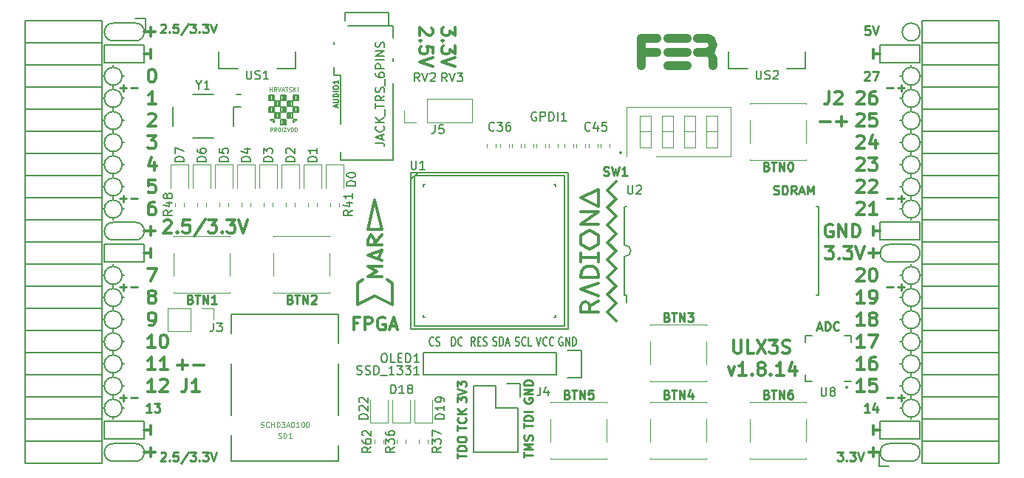
<source format=gto>
G04 #@! TF.GenerationSoftware,KiCad,Pcbnew,5.0.0-rc2+dfsg1-3*
G04 #@! TF.CreationDate,2018-06-19T01:25:33+02:00*
G04 #@! TF.ProjectId,ulx3s,756C7833732E6B696361645F70636200,rev?*
G04 #@! TF.SameCoordinates,Original*
G04 #@! TF.FileFunction,Legend,Top*
G04 #@! TF.FilePolarity,Positive*
%FSLAX46Y46*%
G04 Gerber Fmt 4.6, Leading zero omitted, Abs format (unit mm)*
G04 Created by KiCad (PCBNEW 5.0.0-rc2+dfsg1-3) date Tue Jun 19 01:25:33 2018*
%MOMM*%
%LPD*%
G01*
G04 APERTURE LIST*
%ADD10C,0.200000*%
%ADD11C,0.300000*%
%ADD12C,0.250000*%
%ADD13C,0.150000*%
%ADD14C,1.000000*%
%ADD15C,0.120000*%
%ADD16C,0.152400*%
%ADD17C,0.124460*%
%ADD18C,0.075000*%
G04 APERTURE END LIST*
D10*
X153678000Y-76551000D02*
G75*
G03X153678000Y-76551000I-127000J0D01*
G01*
X179586000Y-103475000D02*
G75*
G03X179586000Y-103475000I-127000J0D01*
G01*
D11*
X134560428Y-62144714D02*
X134560428Y-63073285D01*
X133989000Y-62573285D01*
X133989000Y-62787571D01*
X133917571Y-62930428D01*
X133846142Y-63001857D01*
X133703285Y-63073285D01*
X133346142Y-63073285D01*
X133203285Y-63001857D01*
X133131857Y-62930428D01*
X133060428Y-62787571D01*
X133060428Y-62359000D01*
X133131857Y-62216142D01*
X133203285Y-62144714D01*
X133203285Y-63716142D02*
X133131857Y-63787571D01*
X133060428Y-63716142D01*
X133131857Y-63644714D01*
X133203285Y-63716142D01*
X133060428Y-63716142D01*
X134560428Y-64287571D02*
X134560428Y-65216142D01*
X133989000Y-64716142D01*
X133989000Y-64930428D01*
X133917571Y-65073285D01*
X133846142Y-65144714D01*
X133703285Y-65216142D01*
X133346142Y-65216142D01*
X133203285Y-65144714D01*
X133131857Y-65073285D01*
X133060428Y-64930428D01*
X133060428Y-64501857D01*
X133131857Y-64359000D01*
X133203285Y-64287571D01*
X134560428Y-65644714D02*
X133060428Y-66144714D01*
X134560428Y-66644714D01*
X131877571Y-62216142D02*
X131949000Y-62287571D01*
X132020428Y-62430428D01*
X132020428Y-62787571D01*
X131949000Y-62930428D01*
X131877571Y-63001857D01*
X131734714Y-63073285D01*
X131591857Y-63073285D01*
X131377571Y-63001857D01*
X130520428Y-62144714D01*
X130520428Y-63073285D01*
X130663285Y-63716142D02*
X130591857Y-63787571D01*
X130520428Y-63716142D01*
X130591857Y-63644714D01*
X130663285Y-63716142D01*
X130520428Y-63716142D01*
X132020428Y-65144714D02*
X132020428Y-64430428D01*
X131306142Y-64359000D01*
X131377571Y-64430428D01*
X131449000Y-64573285D01*
X131449000Y-64930428D01*
X131377571Y-65073285D01*
X131306142Y-65144714D01*
X131163285Y-65216142D01*
X130806142Y-65216142D01*
X130663285Y-65144714D01*
X130591857Y-65073285D01*
X130520428Y-64930428D01*
X130520428Y-64573285D01*
X130591857Y-64430428D01*
X130663285Y-64359000D01*
X132020428Y-65644714D02*
X130520428Y-66144714D01*
X132020428Y-66644714D01*
X102760000Y-100897142D02*
X103902857Y-100897142D01*
X103331428Y-101468571D02*
X103331428Y-100325714D01*
X104617142Y-100897142D02*
X105760000Y-100897142D01*
X165878428Y-101121571D02*
X166235571Y-102121571D01*
X166592714Y-101121571D01*
X167949857Y-102121571D02*
X167092714Y-102121571D01*
X167521285Y-102121571D02*
X167521285Y-100621571D01*
X167378428Y-100835857D01*
X167235571Y-100978714D01*
X167092714Y-101050142D01*
X168592714Y-101978714D02*
X168664142Y-102050142D01*
X168592714Y-102121571D01*
X168521285Y-102050142D01*
X168592714Y-101978714D01*
X168592714Y-102121571D01*
X169521285Y-101264428D02*
X169378428Y-101193000D01*
X169307000Y-101121571D01*
X169235571Y-100978714D01*
X169235571Y-100907285D01*
X169307000Y-100764428D01*
X169378428Y-100693000D01*
X169521285Y-100621571D01*
X169807000Y-100621571D01*
X169949857Y-100693000D01*
X170021285Y-100764428D01*
X170092714Y-100907285D01*
X170092714Y-100978714D01*
X170021285Y-101121571D01*
X169949857Y-101193000D01*
X169807000Y-101264428D01*
X169521285Y-101264428D01*
X169378428Y-101335857D01*
X169307000Y-101407285D01*
X169235571Y-101550142D01*
X169235571Y-101835857D01*
X169307000Y-101978714D01*
X169378428Y-102050142D01*
X169521285Y-102121571D01*
X169807000Y-102121571D01*
X169949857Y-102050142D01*
X170021285Y-101978714D01*
X170092714Y-101835857D01*
X170092714Y-101550142D01*
X170021285Y-101407285D01*
X169949857Y-101335857D01*
X169807000Y-101264428D01*
X170735571Y-101978714D02*
X170807000Y-102050142D01*
X170735571Y-102121571D01*
X170664142Y-102050142D01*
X170735571Y-101978714D01*
X170735571Y-102121571D01*
X172235571Y-102121571D02*
X171378428Y-102121571D01*
X171807000Y-102121571D02*
X171807000Y-100621571D01*
X171664142Y-100835857D01*
X171521285Y-100978714D01*
X171378428Y-101050142D01*
X173521285Y-101121571D02*
X173521285Y-102121571D01*
X173164142Y-100550142D02*
X172807000Y-101621571D01*
X173735571Y-101621571D01*
X182492000Y-87582000D02*
X182492000Y-88598000D01*
X181984000Y-88090000D02*
X183254000Y-88090000D01*
X182492000Y-110442000D02*
X182492000Y-111458000D01*
X183254000Y-110950000D02*
X181984000Y-110950000D01*
X99688000Y-110442000D02*
X99688000Y-111458000D01*
X98926000Y-110950000D02*
X100196000Y-110950000D01*
X99688000Y-62182000D02*
X99688000Y-63198000D01*
X98926000Y-62690000D02*
X100196000Y-62690000D01*
X99688000Y-85042000D02*
X99688000Y-86058000D01*
X98926000Y-85550000D02*
X100196000Y-85550000D01*
D10*
X97910000Y-63706000D02*
G75*
G03X97910000Y-61674000I0J1016000D01*
G01*
X184270000Y-109934000D02*
G75*
G03X184270000Y-111966000I0J-1016000D01*
G01*
X95370000Y-111966000D02*
X97910000Y-111966000D01*
X95370000Y-109934000D02*
X97910000Y-109934000D01*
X97910000Y-111966000D02*
G75*
G03X97910000Y-109934000I0J1016000D01*
G01*
X95370000Y-109934000D02*
G75*
G03X95370000Y-111966000I0J-1016000D01*
G01*
X95370000Y-61674000D02*
X97910000Y-61674000D01*
X95370000Y-63706000D02*
X97910000Y-63706000D01*
X95370000Y-61674000D02*
G75*
G03X95370000Y-63706000I0J-1016000D01*
G01*
X95370000Y-84534000D02*
X97910000Y-84534000D01*
X95370000Y-86566000D02*
X97910000Y-86566000D01*
X95370000Y-84534000D02*
G75*
G03X95370000Y-86566000I0J-1016000D01*
G01*
X97910000Y-86566000D02*
G75*
G03X97910000Y-84534000I0J1016000D01*
G01*
X187826000Y-62690000D02*
G75*
G03X187826000Y-62690000I-1016000J0D01*
G01*
X184270000Y-89106000D02*
X186810000Y-89106000D01*
X184270000Y-87074000D02*
X186810000Y-87074000D01*
X184270000Y-87074000D02*
G75*
G03X184270000Y-89106000I0J-1016000D01*
G01*
X186810000Y-89106000D02*
G75*
G03X186810000Y-87074000I0J1016000D01*
G01*
X186810000Y-111966000D02*
X184270000Y-111966000D01*
X186810000Y-109934000D02*
X184270000Y-109934000D01*
X186810000Y-111966000D02*
G75*
G03X186810000Y-109934000I0J1016000D01*
G01*
X94354000Y-66246000D02*
X94354000Y-64214000D01*
X98926000Y-66246000D02*
X94354000Y-66246000D01*
X98926000Y-64214000D02*
X98926000Y-66246000D01*
X94354000Y-64214000D02*
X98926000Y-64214000D01*
X94354000Y-87074000D02*
X98926000Y-87074000D01*
X94354000Y-89106000D02*
X94354000Y-87074000D01*
X98926000Y-89106000D02*
X94354000Y-89106000D01*
X98926000Y-87074000D02*
X98926000Y-89106000D01*
X94354000Y-109426000D02*
X98926000Y-109426000D01*
X94354000Y-107394000D02*
X94354000Y-109426000D01*
X98926000Y-107394000D02*
X94354000Y-107394000D01*
X98926000Y-109426000D02*
X98926000Y-107394000D01*
X183254000Y-109426000D02*
X187826000Y-109426000D01*
X183254000Y-107394000D02*
X183254000Y-109426000D01*
X187826000Y-107394000D02*
X187826000Y-109426000D01*
X183254000Y-107394000D02*
X187826000Y-107394000D01*
X183254000Y-66246000D02*
X187826000Y-66246000D01*
X183254000Y-64214000D02*
X183254000Y-66246000D01*
X187826000Y-64214000D02*
X183254000Y-64214000D01*
X187826000Y-66246000D02*
X187826000Y-64214000D01*
X183254000Y-84534000D02*
X187826000Y-84534000D01*
X183254000Y-86566000D02*
X183254000Y-84534000D01*
X187826000Y-86566000D02*
X183254000Y-86566000D01*
X187826000Y-84534000D02*
X187826000Y-86566000D01*
D12*
X96148000Y-69111428D02*
X96909904Y-69111428D01*
X96528952Y-69492380D02*
X96528952Y-68730476D01*
X97386095Y-69111428D02*
X98148000Y-69111428D01*
X96148000Y-81811428D02*
X96909904Y-81811428D01*
X96528952Y-82192380D02*
X96528952Y-81430476D01*
X97386095Y-81811428D02*
X98148000Y-81811428D01*
X96148000Y-91971428D02*
X96909904Y-91971428D01*
X96528952Y-92352380D02*
X96528952Y-91590476D01*
X97386095Y-91971428D02*
X98148000Y-91971428D01*
X96148000Y-104671428D02*
X96909904Y-104671428D01*
X96528952Y-105052380D02*
X96528952Y-104290476D01*
X97386095Y-104671428D02*
X98148000Y-104671428D01*
X184032000Y-104671428D02*
X184793904Y-104671428D01*
X185270095Y-104671428D02*
X186032000Y-104671428D01*
X185651047Y-105052380D02*
X185651047Y-104290476D01*
X184032000Y-91971428D02*
X184793904Y-91971428D01*
X185270095Y-91971428D02*
X186032000Y-91971428D01*
X185651047Y-92352380D02*
X185651047Y-91590476D01*
X184032000Y-81811428D02*
X184793904Y-81811428D01*
X185270095Y-81811428D02*
X186032000Y-81811428D01*
X185651047Y-82192380D02*
X185651047Y-81430476D01*
X184032000Y-69111428D02*
X184793904Y-69111428D01*
X185270095Y-69111428D02*
X186032000Y-69111428D01*
X185651047Y-69492380D02*
X185651047Y-68730476D01*
D11*
X176420000Y-72957142D02*
X177562857Y-72957142D01*
X178277142Y-72957142D02*
X179420000Y-72957142D01*
X178848571Y-73528571D02*
X178848571Y-72385714D01*
D10*
X187826000Y-67770000D02*
G75*
G03X187826000Y-67770000I-1016000J0D01*
G01*
X187826000Y-70310000D02*
G75*
G03X187826000Y-70310000I-1016000J0D01*
G01*
X187826000Y-72850000D02*
G75*
G03X187826000Y-72850000I-1016000J0D01*
G01*
X187826000Y-75390000D02*
G75*
G03X187826000Y-75390000I-1016000J0D01*
G01*
X187826000Y-77930000D02*
G75*
G03X187826000Y-77930000I-1016000J0D01*
G01*
X187826000Y-80470000D02*
G75*
G03X187826000Y-80470000I-1016000J0D01*
G01*
X187826000Y-83010000D02*
G75*
G03X187826000Y-83010000I-1016000J0D01*
G01*
X187826000Y-90630000D02*
G75*
G03X187826000Y-90630000I-1016000J0D01*
G01*
X187826000Y-93170000D02*
G75*
G03X187826000Y-93170000I-1016000J0D01*
G01*
X187826000Y-95710000D02*
G75*
G03X187826000Y-95710000I-1016000J0D01*
G01*
X187826000Y-98250000D02*
G75*
G03X187826000Y-98250000I-1016000J0D01*
G01*
X187826000Y-100790000D02*
G75*
G03X187826000Y-100790000I-1016000J0D01*
G01*
X187826000Y-103330000D02*
G75*
G03X187826000Y-103330000I-1016000J0D01*
G01*
X187826000Y-105870000D02*
G75*
G03X187826000Y-105870000I-1016000J0D01*
G01*
X96386000Y-105870000D02*
G75*
G03X96386000Y-105870000I-1016000J0D01*
G01*
X96386000Y-103330000D02*
G75*
G03X96386000Y-103330000I-1016000J0D01*
G01*
X96386000Y-100790000D02*
G75*
G03X96386000Y-100790000I-1016000J0D01*
G01*
X96386000Y-98250000D02*
G75*
G03X96386000Y-98250000I-1016000J0D01*
G01*
X96386000Y-95710000D02*
G75*
G03X96386000Y-95710000I-1016000J0D01*
G01*
X96386000Y-93170000D02*
G75*
G03X96386000Y-93170000I-1016000J0D01*
G01*
X96386000Y-90630000D02*
G75*
G03X96386000Y-90630000I-1016000J0D01*
G01*
X96386000Y-83010000D02*
G75*
G03X96386000Y-83010000I-1016000J0D01*
G01*
X96386000Y-80470000D02*
G75*
G03X96386000Y-80470000I-1016000J0D01*
G01*
X96386000Y-77930000D02*
G75*
G03X96386000Y-77930000I-1016000J0D01*
G01*
X96386000Y-75390000D02*
G75*
G03X96386000Y-75390000I-1016000J0D01*
G01*
X96386000Y-72850000D02*
G75*
G03X96386000Y-72850000I-1016000J0D01*
G01*
X96386000Y-70310000D02*
G75*
G03X96386000Y-70310000I-1016000J0D01*
G01*
X96386000Y-67770000D02*
G75*
G03X96386000Y-67770000I-1016000J0D01*
G01*
D11*
X177793142Y-84800000D02*
X177650285Y-84728571D01*
X177436000Y-84728571D01*
X177221714Y-84800000D01*
X177078857Y-84942857D01*
X177007428Y-85085714D01*
X176936000Y-85371428D01*
X176936000Y-85585714D01*
X177007428Y-85871428D01*
X177078857Y-86014285D01*
X177221714Y-86157142D01*
X177436000Y-86228571D01*
X177578857Y-86228571D01*
X177793142Y-86157142D01*
X177864571Y-86085714D01*
X177864571Y-85585714D01*
X177578857Y-85585714D01*
X178507428Y-86228571D02*
X178507428Y-84728571D01*
X179364571Y-86228571D01*
X179364571Y-84728571D01*
X180078857Y-86228571D02*
X180078857Y-84728571D01*
X180436000Y-84728571D01*
X180650285Y-84800000D01*
X180793142Y-84942857D01*
X180864571Y-85085714D01*
X180936000Y-85371428D01*
X180936000Y-85585714D01*
X180864571Y-85871428D01*
X180793142Y-86014285D01*
X180650285Y-86157142D01*
X180436000Y-86228571D01*
X180078857Y-86228571D01*
X182492000Y-86058000D02*
X182492000Y-85042000D01*
X183254000Y-85550000D02*
X182492000Y-85550000D01*
X182492000Y-107902000D02*
X182492000Y-108918000D01*
X182492000Y-108410000D02*
X183254000Y-108410000D01*
D12*
X182047523Y-106322380D02*
X181476095Y-106322380D01*
X181761809Y-106322380D02*
X181761809Y-105322380D01*
X181666571Y-105465238D01*
X181571333Y-105560476D01*
X181476095Y-105608095D01*
X182904666Y-105655714D02*
X182904666Y-106322380D01*
X182666571Y-105274761D02*
X182428476Y-105989047D01*
X183047523Y-105989047D01*
X181476095Y-67317619D02*
X181523714Y-67270000D01*
X181618952Y-67222380D01*
X181857047Y-67222380D01*
X181952285Y-67270000D01*
X181999904Y-67317619D01*
X182047523Y-67412857D01*
X182047523Y-67508095D01*
X181999904Y-67650952D01*
X181428476Y-68222380D01*
X182047523Y-68222380D01*
X182380857Y-67222380D02*
X183047523Y-67222380D01*
X182618952Y-68222380D01*
D11*
X182492000Y-64722000D02*
X182492000Y-65738000D01*
X182492000Y-65230000D02*
X183254000Y-65230000D01*
X99688000Y-107902000D02*
X99688000Y-108918000D01*
X98926000Y-108410000D02*
X99688000Y-108410000D01*
X99315000Y-74568571D02*
X100243571Y-74568571D01*
X99743571Y-75140000D01*
X99957857Y-75140000D01*
X100100714Y-75211428D01*
X100172142Y-75282857D01*
X100243571Y-75425714D01*
X100243571Y-75782857D01*
X100172142Y-75925714D01*
X100100714Y-75997142D01*
X99957857Y-76068571D01*
X99529285Y-76068571D01*
X99386428Y-75997142D01*
X99315000Y-75925714D01*
X100100714Y-77608571D02*
X100100714Y-78608571D01*
X99743571Y-77037142D02*
X99386428Y-78108571D01*
X100315000Y-78108571D01*
X100172142Y-79648571D02*
X99457857Y-79648571D01*
X99386428Y-80362857D01*
X99457857Y-80291428D01*
X99600714Y-80220000D01*
X99957857Y-80220000D01*
X100100714Y-80291428D01*
X100172142Y-80362857D01*
X100243571Y-80505714D01*
X100243571Y-80862857D01*
X100172142Y-81005714D01*
X100100714Y-81077142D01*
X99957857Y-81148571D01*
X99600714Y-81148571D01*
X99457857Y-81077142D01*
X99386428Y-81005714D01*
D12*
X99751523Y-106322380D02*
X99180095Y-106322380D01*
X99465809Y-106322380D02*
X99465809Y-105322380D01*
X99370571Y-105465238D01*
X99275333Y-105560476D01*
X99180095Y-105608095D01*
X100084857Y-105322380D02*
X100703904Y-105322380D01*
X100370571Y-105703333D01*
X100513428Y-105703333D01*
X100608666Y-105750952D01*
X100656285Y-105798571D01*
X100703904Y-105893809D01*
X100703904Y-106131904D01*
X100656285Y-106227142D01*
X100608666Y-106274761D01*
X100513428Y-106322380D01*
X100227714Y-106322380D01*
X100132476Y-106274761D01*
X100084857Y-106227142D01*
D11*
X99315000Y-89808571D02*
X100315000Y-89808571D01*
X99672142Y-91308571D01*
X99688000Y-87582000D02*
X99688000Y-88598000D01*
X98926000Y-88090000D02*
X99688000Y-88090000D01*
X99688000Y-64722000D02*
X99688000Y-65738000D01*
X98926000Y-65230000D02*
X99688000Y-65230000D01*
D12*
X100817976Y-61874619D02*
X100865595Y-61827000D01*
X100960833Y-61779380D01*
X101198928Y-61779380D01*
X101294166Y-61827000D01*
X101341785Y-61874619D01*
X101389404Y-61969857D01*
X101389404Y-62065095D01*
X101341785Y-62207952D01*
X100770357Y-62779380D01*
X101389404Y-62779380D01*
X101817976Y-62684142D02*
X101865595Y-62731761D01*
X101817976Y-62779380D01*
X101770357Y-62731761D01*
X101817976Y-62684142D01*
X101817976Y-62779380D01*
X102770357Y-61779380D02*
X102294166Y-61779380D01*
X102246547Y-62255571D01*
X102294166Y-62207952D01*
X102389404Y-62160333D01*
X102627500Y-62160333D01*
X102722738Y-62207952D01*
X102770357Y-62255571D01*
X102817976Y-62350809D01*
X102817976Y-62588904D01*
X102770357Y-62684142D01*
X102722738Y-62731761D01*
X102627500Y-62779380D01*
X102389404Y-62779380D01*
X102294166Y-62731761D01*
X102246547Y-62684142D01*
X103960833Y-61731761D02*
X103103690Y-63017476D01*
X104198928Y-61779380D02*
X104817976Y-61779380D01*
X104484642Y-62160333D01*
X104627500Y-62160333D01*
X104722738Y-62207952D01*
X104770357Y-62255571D01*
X104817976Y-62350809D01*
X104817976Y-62588904D01*
X104770357Y-62684142D01*
X104722738Y-62731761D01*
X104627500Y-62779380D01*
X104341785Y-62779380D01*
X104246547Y-62731761D01*
X104198928Y-62684142D01*
X105246547Y-62684142D02*
X105294166Y-62731761D01*
X105246547Y-62779380D01*
X105198928Y-62731761D01*
X105246547Y-62684142D01*
X105246547Y-62779380D01*
X105627500Y-61779380D02*
X106246547Y-61779380D01*
X105913214Y-62160333D01*
X106056071Y-62160333D01*
X106151309Y-62207952D01*
X106198928Y-62255571D01*
X106246547Y-62350809D01*
X106246547Y-62588904D01*
X106198928Y-62684142D01*
X106151309Y-62731761D01*
X106056071Y-62779380D01*
X105770357Y-62779380D01*
X105675119Y-62731761D01*
X105627500Y-62684142D01*
X106532261Y-61779380D02*
X106865595Y-62779380D01*
X107198928Y-61779380D01*
X178360261Y-110910380D02*
X178979309Y-110910380D01*
X178645976Y-111291333D01*
X178788833Y-111291333D01*
X178884071Y-111338952D01*
X178931690Y-111386571D01*
X178979309Y-111481809D01*
X178979309Y-111719904D01*
X178931690Y-111815142D01*
X178884071Y-111862761D01*
X178788833Y-111910380D01*
X178503119Y-111910380D01*
X178407880Y-111862761D01*
X178360261Y-111815142D01*
X179407880Y-111815142D02*
X179455500Y-111862761D01*
X179407880Y-111910380D01*
X179360261Y-111862761D01*
X179407880Y-111815142D01*
X179407880Y-111910380D01*
X179788833Y-110910380D02*
X180407880Y-110910380D01*
X180074547Y-111291333D01*
X180217404Y-111291333D01*
X180312642Y-111338952D01*
X180360261Y-111386571D01*
X180407880Y-111481809D01*
X180407880Y-111719904D01*
X180360261Y-111815142D01*
X180312642Y-111862761D01*
X180217404Y-111910380D01*
X179931690Y-111910380D01*
X179836452Y-111862761D01*
X179788833Y-111815142D01*
X180693595Y-110910380D02*
X181026928Y-111910380D01*
X181360261Y-110910380D01*
D11*
X101199714Y-84381428D02*
X101271142Y-84310000D01*
X101414000Y-84238571D01*
X101771142Y-84238571D01*
X101914000Y-84310000D01*
X101985428Y-84381428D01*
X102056857Y-84524285D01*
X102056857Y-84667142D01*
X101985428Y-84881428D01*
X101128285Y-85738571D01*
X102056857Y-85738571D01*
X102699714Y-85595714D02*
X102771142Y-85667142D01*
X102699714Y-85738571D01*
X102628285Y-85667142D01*
X102699714Y-85595714D01*
X102699714Y-85738571D01*
X104128285Y-84238571D02*
X103414000Y-84238571D01*
X103342571Y-84952857D01*
X103414000Y-84881428D01*
X103556857Y-84810000D01*
X103914000Y-84810000D01*
X104056857Y-84881428D01*
X104128285Y-84952857D01*
X104199714Y-85095714D01*
X104199714Y-85452857D01*
X104128285Y-85595714D01*
X104056857Y-85667142D01*
X103914000Y-85738571D01*
X103556857Y-85738571D01*
X103414000Y-85667142D01*
X103342571Y-85595714D01*
X105914000Y-84167142D02*
X104628285Y-86095714D01*
X106271142Y-84238571D02*
X107199714Y-84238571D01*
X106699714Y-84810000D01*
X106914000Y-84810000D01*
X107056857Y-84881428D01*
X107128285Y-84952857D01*
X107199714Y-85095714D01*
X107199714Y-85452857D01*
X107128285Y-85595714D01*
X107056857Y-85667142D01*
X106914000Y-85738571D01*
X106485428Y-85738571D01*
X106342571Y-85667142D01*
X106271142Y-85595714D01*
X107842571Y-85595714D02*
X107914000Y-85667142D01*
X107842571Y-85738571D01*
X107771142Y-85667142D01*
X107842571Y-85595714D01*
X107842571Y-85738571D01*
X108414000Y-84238571D02*
X109342571Y-84238571D01*
X108842571Y-84810000D01*
X109056857Y-84810000D01*
X109199714Y-84881428D01*
X109271142Y-84952857D01*
X109342571Y-85095714D01*
X109342571Y-85452857D01*
X109271142Y-85595714D01*
X109199714Y-85667142D01*
X109056857Y-85738571D01*
X108628285Y-85738571D01*
X108485428Y-85667142D01*
X108414000Y-85595714D01*
X109771142Y-84238571D02*
X110271142Y-85738571D01*
X110771142Y-84238571D01*
D12*
X100817976Y-111023619D02*
X100865595Y-110976000D01*
X100960833Y-110928380D01*
X101198928Y-110928380D01*
X101294166Y-110976000D01*
X101341785Y-111023619D01*
X101389404Y-111118857D01*
X101389404Y-111214095D01*
X101341785Y-111356952D01*
X100770357Y-111928380D01*
X101389404Y-111928380D01*
X101817976Y-111833142D02*
X101865595Y-111880761D01*
X101817976Y-111928380D01*
X101770357Y-111880761D01*
X101817976Y-111833142D01*
X101817976Y-111928380D01*
X102770357Y-110928380D02*
X102294166Y-110928380D01*
X102246547Y-111404571D01*
X102294166Y-111356952D01*
X102389404Y-111309333D01*
X102627500Y-111309333D01*
X102722738Y-111356952D01*
X102770357Y-111404571D01*
X102817976Y-111499809D01*
X102817976Y-111737904D01*
X102770357Y-111833142D01*
X102722738Y-111880761D01*
X102627500Y-111928380D01*
X102389404Y-111928380D01*
X102294166Y-111880761D01*
X102246547Y-111833142D01*
X103960833Y-110880761D02*
X103103690Y-112166476D01*
X104198928Y-110928380D02*
X104817976Y-110928380D01*
X104484642Y-111309333D01*
X104627500Y-111309333D01*
X104722738Y-111356952D01*
X104770357Y-111404571D01*
X104817976Y-111499809D01*
X104817976Y-111737904D01*
X104770357Y-111833142D01*
X104722738Y-111880761D01*
X104627500Y-111928380D01*
X104341785Y-111928380D01*
X104246547Y-111880761D01*
X104198928Y-111833142D01*
X105246547Y-111833142D02*
X105294166Y-111880761D01*
X105246547Y-111928380D01*
X105198928Y-111880761D01*
X105246547Y-111833142D01*
X105246547Y-111928380D01*
X105627500Y-110928380D02*
X106246547Y-110928380D01*
X105913214Y-111309333D01*
X106056071Y-111309333D01*
X106151309Y-111356952D01*
X106198928Y-111404571D01*
X106246547Y-111499809D01*
X106246547Y-111737904D01*
X106198928Y-111833142D01*
X106151309Y-111880761D01*
X106056071Y-111928380D01*
X105770357Y-111928380D01*
X105675119Y-111880761D01*
X105627500Y-111833142D01*
X106532261Y-110928380D02*
X106865595Y-111928380D01*
X107198928Y-110928380D01*
X182047523Y-62015380D02*
X181571333Y-62015380D01*
X181523714Y-62491571D01*
X181571333Y-62443952D01*
X181666571Y-62396333D01*
X181904666Y-62396333D01*
X181999904Y-62443952D01*
X182047523Y-62491571D01*
X182095142Y-62586809D01*
X182095142Y-62824904D01*
X182047523Y-62920142D01*
X181999904Y-62967761D01*
X181904666Y-63015380D01*
X181666571Y-63015380D01*
X181571333Y-62967761D01*
X181523714Y-62920142D01*
X182380857Y-62015380D02*
X182714190Y-63015380D01*
X183047523Y-62015380D01*
D11*
X180587142Y-69631428D02*
X180658571Y-69560000D01*
X180801428Y-69488571D01*
X181158571Y-69488571D01*
X181301428Y-69560000D01*
X181372857Y-69631428D01*
X181444285Y-69774285D01*
X181444285Y-69917142D01*
X181372857Y-70131428D01*
X180515714Y-70988571D01*
X181444285Y-70988571D01*
X182730000Y-69488571D02*
X182444285Y-69488571D01*
X182301428Y-69560000D01*
X182230000Y-69631428D01*
X182087142Y-69845714D01*
X182015714Y-70131428D01*
X182015714Y-70702857D01*
X182087142Y-70845714D01*
X182158571Y-70917142D01*
X182301428Y-70988571D01*
X182587142Y-70988571D01*
X182730000Y-70917142D01*
X182801428Y-70845714D01*
X182872857Y-70702857D01*
X182872857Y-70345714D01*
X182801428Y-70202857D01*
X182730000Y-70131428D01*
X182587142Y-70060000D01*
X182301428Y-70060000D01*
X182158571Y-70131428D01*
X182087142Y-70202857D01*
X182015714Y-70345714D01*
X180587142Y-72171428D02*
X180658571Y-72100000D01*
X180801428Y-72028571D01*
X181158571Y-72028571D01*
X181301428Y-72100000D01*
X181372857Y-72171428D01*
X181444285Y-72314285D01*
X181444285Y-72457142D01*
X181372857Y-72671428D01*
X180515714Y-73528571D01*
X181444285Y-73528571D01*
X182801428Y-72028571D02*
X182087142Y-72028571D01*
X182015714Y-72742857D01*
X182087142Y-72671428D01*
X182230000Y-72600000D01*
X182587142Y-72600000D01*
X182730000Y-72671428D01*
X182801428Y-72742857D01*
X182872857Y-72885714D01*
X182872857Y-73242857D01*
X182801428Y-73385714D01*
X182730000Y-73457142D01*
X182587142Y-73528571D01*
X182230000Y-73528571D01*
X182087142Y-73457142D01*
X182015714Y-73385714D01*
X180587142Y-74711428D02*
X180658571Y-74640000D01*
X180801428Y-74568571D01*
X181158571Y-74568571D01*
X181301428Y-74640000D01*
X181372857Y-74711428D01*
X181444285Y-74854285D01*
X181444285Y-74997142D01*
X181372857Y-75211428D01*
X180515714Y-76068571D01*
X181444285Y-76068571D01*
X182730000Y-75068571D02*
X182730000Y-76068571D01*
X182372857Y-74497142D02*
X182015714Y-75568571D01*
X182944285Y-75568571D01*
X180587142Y-77251428D02*
X180658571Y-77180000D01*
X180801428Y-77108571D01*
X181158571Y-77108571D01*
X181301428Y-77180000D01*
X181372857Y-77251428D01*
X181444285Y-77394285D01*
X181444285Y-77537142D01*
X181372857Y-77751428D01*
X180515714Y-78608571D01*
X181444285Y-78608571D01*
X181944285Y-77108571D02*
X182872857Y-77108571D01*
X182372857Y-77680000D01*
X182587142Y-77680000D01*
X182730000Y-77751428D01*
X182801428Y-77822857D01*
X182872857Y-77965714D01*
X182872857Y-78322857D01*
X182801428Y-78465714D01*
X182730000Y-78537142D01*
X182587142Y-78608571D01*
X182158571Y-78608571D01*
X182015714Y-78537142D01*
X181944285Y-78465714D01*
X180587142Y-79791428D02*
X180658571Y-79720000D01*
X180801428Y-79648571D01*
X181158571Y-79648571D01*
X181301428Y-79720000D01*
X181372857Y-79791428D01*
X181444285Y-79934285D01*
X181444285Y-80077142D01*
X181372857Y-80291428D01*
X180515714Y-81148571D01*
X181444285Y-81148571D01*
X182015714Y-79791428D02*
X182087142Y-79720000D01*
X182230000Y-79648571D01*
X182587142Y-79648571D01*
X182730000Y-79720000D01*
X182801428Y-79791428D01*
X182872857Y-79934285D01*
X182872857Y-80077142D01*
X182801428Y-80291428D01*
X181944285Y-81148571D01*
X182872857Y-81148571D01*
X180587142Y-82331428D02*
X180658571Y-82260000D01*
X180801428Y-82188571D01*
X181158571Y-82188571D01*
X181301428Y-82260000D01*
X181372857Y-82331428D01*
X181444285Y-82474285D01*
X181444285Y-82617142D01*
X181372857Y-82831428D01*
X180515714Y-83688571D01*
X181444285Y-83688571D01*
X182872857Y-83688571D02*
X182015714Y-83688571D01*
X182444285Y-83688571D02*
X182444285Y-82188571D01*
X182301428Y-82402857D01*
X182158571Y-82545714D01*
X182015714Y-82617142D01*
X176975714Y-87268571D02*
X177904285Y-87268571D01*
X177404285Y-87840000D01*
X177618571Y-87840000D01*
X177761428Y-87911428D01*
X177832857Y-87982857D01*
X177904285Y-88125714D01*
X177904285Y-88482857D01*
X177832857Y-88625714D01*
X177761428Y-88697142D01*
X177618571Y-88768571D01*
X177190000Y-88768571D01*
X177047142Y-88697142D01*
X176975714Y-88625714D01*
X178547142Y-88625714D02*
X178618571Y-88697142D01*
X178547142Y-88768571D01*
X178475714Y-88697142D01*
X178547142Y-88625714D01*
X178547142Y-88768571D01*
X179118571Y-87268571D02*
X180047142Y-87268571D01*
X179547142Y-87840000D01*
X179761428Y-87840000D01*
X179904285Y-87911428D01*
X179975714Y-87982857D01*
X180047142Y-88125714D01*
X180047142Y-88482857D01*
X179975714Y-88625714D01*
X179904285Y-88697142D01*
X179761428Y-88768571D01*
X179332857Y-88768571D01*
X179190000Y-88697142D01*
X179118571Y-88625714D01*
X180475714Y-87268571D02*
X180975714Y-88768571D01*
X181475714Y-87268571D01*
X180587142Y-89951428D02*
X180658571Y-89880000D01*
X180801428Y-89808571D01*
X181158571Y-89808571D01*
X181301428Y-89880000D01*
X181372857Y-89951428D01*
X181444285Y-90094285D01*
X181444285Y-90237142D01*
X181372857Y-90451428D01*
X180515714Y-91308571D01*
X181444285Y-91308571D01*
X182372857Y-89808571D02*
X182515714Y-89808571D01*
X182658571Y-89880000D01*
X182730000Y-89951428D01*
X182801428Y-90094285D01*
X182872857Y-90380000D01*
X182872857Y-90737142D01*
X182801428Y-91022857D01*
X182730000Y-91165714D01*
X182658571Y-91237142D01*
X182515714Y-91308571D01*
X182372857Y-91308571D01*
X182230000Y-91237142D01*
X182158571Y-91165714D01*
X182087142Y-91022857D01*
X182015714Y-90737142D01*
X182015714Y-90380000D01*
X182087142Y-90094285D01*
X182158571Y-89951428D01*
X182230000Y-89880000D01*
X182372857Y-89808571D01*
X181444285Y-93848571D02*
X180587142Y-93848571D01*
X181015714Y-93848571D02*
X181015714Y-92348571D01*
X180872857Y-92562857D01*
X180730000Y-92705714D01*
X180587142Y-92777142D01*
X182158571Y-93848571D02*
X182444285Y-93848571D01*
X182587142Y-93777142D01*
X182658571Y-93705714D01*
X182801428Y-93491428D01*
X182872857Y-93205714D01*
X182872857Y-92634285D01*
X182801428Y-92491428D01*
X182730000Y-92420000D01*
X182587142Y-92348571D01*
X182301428Y-92348571D01*
X182158571Y-92420000D01*
X182087142Y-92491428D01*
X182015714Y-92634285D01*
X182015714Y-92991428D01*
X182087142Y-93134285D01*
X182158571Y-93205714D01*
X182301428Y-93277142D01*
X182587142Y-93277142D01*
X182730000Y-93205714D01*
X182801428Y-93134285D01*
X182872857Y-92991428D01*
X181444285Y-96388571D02*
X180587142Y-96388571D01*
X181015714Y-96388571D02*
X181015714Y-94888571D01*
X180872857Y-95102857D01*
X180730000Y-95245714D01*
X180587142Y-95317142D01*
X182301428Y-95531428D02*
X182158571Y-95460000D01*
X182087142Y-95388571D01*
X182015714Y-95245714D01*
X182015714Y-95174285D01*
X182087142Y-95031428D01*
X182158571Y-94960000D01*
X182301428Y-94888571D01*
X182587142Y-94888571D01*
X182730000Y-94960000D01*
X182801428Y-95031428D01*
X182872857Y-95174285D01*
X182872857Y-95245714D01*
X182801428Y-95388571D01*
X182730000Y-95460000D01*
X182587142Y-95531428D01*
X182301428Y-95531428D01*
X182158571Y-95602857D01*
X182087142Y-95674285D01*
X182015714Y-95817142D01*
X182015714Y-96102857D01*
X182087142Y-96245714D01*
X182158571Y-96317142D01*
X182301428Y-96388571D01*
X182587142Y-96388571D01*
X182730000Y-96317142D01*
X182801428Y-96245714D01*
X182872857Y-96102857D01*
X182872857Y-95817142D01*
X182801428Y-95674285D01*
X182730000Y-95602857D01*
X182587142Y-95531428D01*
X181444285Y-98928571D02*
X180587142Y-98928571D01*
X181015714Y-98928571D02*
X181015714Y-97428571D01*
X180872857Y-97642857D01*
X180730000Y-97785714D01*
X180587142Y-97857142D01*
X181944285Y-97428571D02*
X182944285Y-97428571D01*
X182301428Y-98928571D01*
X181444285Y-101468571D02*
X180587142Y-101468571D01*
X181015714Y-101468571D02*
X181015714Y-99968571D01*
X180872857Y-100182857D01*
X180730000Y-100325714D01*
X180587142Y-100397142D01*
X182730000Y-99968571D02*
X182444285Y-99968571D01*
X182301428Y-100040000D01*
X182230000Y-100111428D01*
X182087142Y-100325714D01*
X182015714Y-100611428D01*
X182015714Y-101182857D01*
X182087142Y-101325714D01*
X182158571Y-101397142D01*
X182301428Y-101468571D01*
X182587142Y-101468571D01*
X182730000Y-101397142D01*
X182801428Y-101325714D01*
X182872857Y-101182857D01*
X182872857Y-100825714D01*
X182801428Y-100682857D01*
X182730000Y-100611428D01*
X182587142Y-100540000D01*
X182301428Y-100540000D01*
X182158571Y-100611428D01*
X182087142Y-100682857D01*
X182015714Y-100825714D01*
X181444285Y-104008571D02*
X180587142Y-104008571D01*
X181015714Y-104008571D02*
X181015714Y-102508571D01*
X180872857Y-102722857D01*
X180730000Y-102865714D01*
X180587142Y-102937142D01*
X182801428Y-102508571D02*
X182087142Y-102508571D01*
X182015714Y-103222857D01*
X182087142Y-103151428D01*
X182230000Y-103080000D01*
X182587142Y-103080000D01*
X182730000Y-103151428D01*
X182801428Y-103222857D01*
X182872857Y-103365714D01*
X182872857Y-103722857D01*
X182801428Y-103865714D01*
X182730000Y-103937142D01*
X182587142Y-104008571D01*
X182230000Y-104008571D01*
X182087142Y-103937142D01*
X182015714Y-103865714D01*
D10*
X186810000Y-66500000D02*
X186810000Y-66754000D01*
X187826000Y-67770000D02*
X188080000Y-67770000D01*
X185540000Y-67770000D02*
X185794000Y-67770000D01*
X186810000Y-69294000D02*
X186810000Y-68786000D01*
X187826000Y-70310000D02*
X188080000Y-70310000D01*
X185540000Y-70310000D02*
X185794000Y-70310000D01*
X186810000Y-71326000D02*
X186810000Y-71834000D01*
X187826000Y-72850000D02*
X188080000Y-72850000D01*
X185540000Y-72850000D02*
X185794000Y-72850000D01*
X186810000Y-73866000D02*
X186810000Y-74374000D01*
X187826000Y-75390000D02*
X188080000Y-75390000D01*
X185540000Y-75390000D02*
X185794000Y-75390000D01*
X186810000Y-76406000D02*
X186810000Y-76914000D01*
X187826000Y-77930000D02*
X188080000Y-77930000D01*
X185540000Y-77930000D02*
X185794000Y-77930000D01*
X186810000Y-79454000D02*
X186810000Y-78946000D01*
X187826000Y-80470000D02*
X188080000Y-80470000D01*
X185540000Y-80470000D02*
X185794000Y-80470000D01*
X186810000Y-81994000D02*
X186810000Y-81486000D01*
X187826000Y-83010000D02*
X188080000Y-83010000D01*
X185540000Y-83010000D02*
X185794000Y-83010000D01*
X186810000Y-84026000D02*
X186810000Y-84280000D01*
X186810000Y-89360000D02*
X186810000Y-89614000D01*
X187826000Y-90630000D02*
X188080000Y-90630000D01*
X185540000Y-90630000D02*
X185794000Y-90630000D01*
X186810000Y-91646000D02*
X186810000Y-92154000D01*
X187826000Y-93170000D02*
X188080000Y-93170000D01*
X185540000Y-93170000D02*
X185794000Y-93170000D01*
X186810000Y-94186000D02*
X186810000Y-94694000D01*
X187826000Y-95710000D02*
X188080000Y-95710000D01*
X185540000Y-95710000D02*
X185794000Y-95710000D01*
X186810000Y-97234000D02*
X186810000Y-96726000D01*
X187826000Y-98250000D02*
X188080000Y-98250000D01*
X185540000Y-98250000D02*
X185794000Y-98250000D01*
X187826000Y-100790000D02*
X188080000Y-100790000D01*
X185540000Y-100790000D02*
X185794000Y-100790000D01*
X186810000Y-99266000D02*
X186810000Y-99774000D01*
X186810000Y-102314000D02*
X186810000Y-101806000D01*
X187826000Y-103330000D02*
X188080000Y-103330000D01*
X185540000Y-103330000D02*
X185794000Y-103330000D01*
X186810000Y-104346000D02*
X186810000Y-104854000D01*
X185540000Y-105870000D02*
X185794000Y-105870000D01*
X187826000Y-105870000D02*
X188080000Y-105870000D01*
X186810000Y-106886000D02*
X186810000Y-107140000D01*
X95370000Y-66754000D02*
X95370000Y-66500000D01*
X96386000Y-67770000D02*
X96640000Y-67770000D01*
X94100000Y-67770000D02*
X94354000Y-67770000D01*
X95370000Y-68786000D02*
X95370000Y-69294000D01*
X96386000Y-70310000D02*
X96640000Y-70310000D01*
X94100000Y-70310000D02*
X94354000Y-70310000D01*
X95370000Y-71326000D02*
X95370000Y-71834000D01*
X96386000Y-72850000D02*
X96640000Y-72850000D01*
X94100000Y-72850000D02*
X94354000Y-72850000D01*
X95370000Y-73866000D02*
X95370000Y-74374000D01*
X96386000Y-75390000D02*
X96640000Y-75390000D01*
X95370000Y-76406000D02*
X95370000Y-76914000D01*
X96386000Y-77930000D02*
X96640000Y-77930000D01*
X94100000Y-77930000D02*
X94354000Y-77930000D01*
X95370000Y-79454000D02*
X95370000Y-78946000D01*
X96386000Y-80470000D02*
X96640000Y-80470000D01*
X94100000Y-80470000D02*
X94354000Y-80470000D01*
X95370000Y-81486000D02*
X95370000Y-81994000D01*
X96386000Y-83010000D02*
X96640000Y-83010000D01*
X95370000Y-84026000D02*
X95370000Y-84280000D01*
X94100000Y-83010000D02*
X94354000Y-83010000D01*
X95370000Y-106886000D02*
X95370000Y-107140000D01*
X95370000Y-89360000D02*
X95370000Y-89614000D01*
X96386000Y-93170000D02*
X96640000Y-93170000D01*
X94100000Y-93170000D02*
X94354000Y-93170000D01*
X95370000Y-94186000D02*
X95370000Y-94694000D01*
X94100000Y-90630000D02*
X94354000Y-90630000D01*
X96386000Y-90630000D02*
X96640000Y-90630000D01*
X95370000Y-92154000D02*
X95370000Y-91646000D01*
X96386000Y-95710000D02*
X96640000Y-95710000D01*
X94100000Y-95710000D02*
X94354000Y-95710000D01*
X96386000Y-98250000D02*
X96640000Y-98250000D01*
X94354000Y-98250000D02*
X94100000Y-98250000D01*
X95370000Y-96726000D02*
X95370000Y-97234000D01*
X95370000Y-99266000D02*
X95370000Y-99774000D01*
X94100000Y-100790000D02*
X94354000Y-100790000D01*
X96386000Y-100790000D02*
X96640000Y-100790000D01*
X94100000Y-103330000D02*
X94354000Y-103330000D01*
X96386000Y-103330000D02*
X96640000Y-103330000D01*
X95370000Y-101806000D02*
X95370000Y-102314000D01*
X95370000Y-104346000D02*
X95370000Y-104854000D01*
X96386000Y-105870000D02*
X96640000Y-105870000D01*
X94100000Y-105870000D02*
X94354000Y-105870000D01*
D11*
X100164285Y-104008571D02*
X99307142Y-104008571D01*
X99735714Y-104008571D02*
X99735714Y-102508571D01*
X99592857Y-102722857D01*
X99450000Y-102865714D01*
X99307142Y-102937142D01*
X100735714Y-102651428D02*
X100807142Y-102580000D01*
X100950000Y-102508571D01*
X101307142Y-102508571D01*
X101450000Y-102580000D01*
X101521428Y-102651428D01*
X101592857Y-102794285D01*
X101592857Y-102937142D01*
X101521428Y-103151428D01*
X100664285Y-104008571D01*
X101592857Y-104008571D01*
X100164285Y-101468571D02*
X99307142Y-101468571D01*
X99735714Y-101468571D02*
X99735714Y-99968571D01*
X99592857Y-100182857D01*
X99450000Y-100325714D01*
X99307142Y-100397142D01*
X101592857Y-101468571D02*
X100735714Y-101468571D01*
X101164285Y-101468571D02*
X101164285Y-99968571D01*
X101021428Y-100182857D01*
X100878571Y-100325714D01*
X100735714Y-100397142D01*
X100164285Y-98928571D02*
X99307142Y-98928571D01*
X99735714Y-98928571D02*
X99735714Y-97428571D01*
X99592857Y-97642857D01*
X99450000Y-97785714D01*
X99307142Y-97857142D01*
X101092857Y-97428571D02*
X101235714Y-97428571D01*
X101378571Y-97500000D01*
X101450000Y-97571428D01*
X101521428Y-97714285D01*
X101592857Y-98000000D01*
X101592857Y-98357142D01*
X101521428Y-98642857D01*
X101450000Y-98785714D01*
X101378571Y-98857142D01*
X101235714Y-98928571D01*
X101092857Y-98928571D01*
X100950000Y-98857142D01*
X100878571Y-98785714D01*
X100807142Y-98642857D01*
X100735714Y-98357142D01*
X100735714Y-98000000D01*
X100807142Y-97714285D01*
X100878571Y-97571428D01*
X100950000Y-97500000D01*
X101092857Y-97428571D01*
X99529285Y-96388571D02*
X99815000Y-96388571D01*
X99957857Y-96317142D01*
X100029285Y-96245714D01*
X100172142Y-96031428D01*
X100243571Y-95745714D01*
X100243571Y-95174285D01*
X100172142Y-95031428D01*
X100100714Y-94960000D01*
X99957857Y-94888571D01*
X99672142Y-94888571D01*
X99529285Y-94960000D01*
X99457857Y-95031428D01*
X99386428Y-95174285D01*
X99386428Y-95531428D01*
X99457857Y-95674285D01*
X99529285Y-95745714D01*
X99672142Y-95817142D01*
X99957857Y-95817142D01*
X100100714Y-95745714D01*
X100172142Y-95674285D01*
X100243571Y-95531428D01*
X99672142Y-92991428D02*
X99529285Y-92920000D01*
X99457857Y-92848571D01*
X99386428Y-92705714D01*
X99386428Y-92634285D01*
X99457857Y-92491428D01*
X99529285Y-92420000D01*
X99672142Y-92348571D01*
X99957857Y-92348571D01*
X100100714Y-92420000D01*
X100172142Y-92491428D01*
X100243571Y-92634285D01*
X100243571Y-92705714D01*
X100172142Y-92848571D01*
X100100714Y-92920000D01*
X99957857Y-92991428D01*
X99672142Y-92991428D01*
X99529285Y-93062857D01*
X99457857Y-93134285D01*
X99386428Y-93277142D01*
X99386428Y-93562857D01*
X99457857Y-93705714D01*
X99529285Y-93777142D01*
X99672142Y-93848571D01*
X99957857Y-93848571D01*
X100100714Y-93777142D01*
X100172142Y-93705714D01*
X100243571Y-93562857D01*
X100243571Y-93277142D01*
X100172142Y-93134285D01*
X100100714Y-93062857D01*
X99957857Y-92991428D01*
X100100714Y-82188571D02*
X99815000Y-82188571D01*
X99672142Y-82260000D01*
X99600714Y-82331428D01*
X99457857Y-82545714D01*
X99386428Y-82831428D01*
X99386428Y-83402857D01*
X99457857Y-83545714D01*
X99529285Y-83617142D01*
X99672142Y-83688571D01*
X99957857Y-83688571D01*
X100100714Y-83617142D01*
X100172142Y-83545714D01*
X100243571Y-83402857D01*
X100243571Y-83045714D01*
X100172142Y-82902857D01*
X100100714Y-82831428D01*
X99957857Y-82760000D01*
X99672142Y-82760000D01*
X99529285Y-82831428D01*
X99457857Y-82902857D01*
X99386428Y-83045714D01*
X99386428Y-72171428D02*
X99457857Y-72100000D01*
X99600714Y-72028571D01*
X99957857Y-72028571D01*
X100100714Y-72100000D01*
X100172142Y-72171428D01*
X100243571Y-72314285D01*
X100243571Y-72457142D01*
X100172142Y-72671428D01*
X99315000Y-73528571D01*
X100243571Y-73528571D01*
X100243571Y-70988571D02*
X99386428Y-70988571D01*
X99815000Y-70988571D02*
X99815000Y-69488571D01*
X99672142Y-69702857D01*
X99529285Y-69845714D01*
X99386428Y-69917142D01*
X99743571Y-66948571D02*
X99886428Y-66948571D01*
X100029285Y-67020000D01*
X100100714Y-67091428D01*
X100172142Y-67234285D01*
X100243571Y-67520000D01*
X100243571Y-67877142D01*
X100172142Y-68162857D01*
X100100714Y-68305714D01*
X100029285Y-68377142D01*
X99886428Y-68448571D01*
X99743571Y-68448571D01*
X99600714Y-68377142D01*
X99529285Y-68305714D01*
X99457857Y-68162857D01*
X99386428Y-67877142D01*
X99386428Y-67520000D01*
X99457857Y-67234285D01*
X99529285Y-67091428D01*
X99600714Y-67020000D01*
X99743571Y-66948571D01*
X166501428Y-98081571D02*
X166501428Y-99295857D01*
X166572857Y-99438714D01*
X166644285Y-99510142D01*
X166787142Y-99581571D01*
X167072857Y-99581571D01*
X167215714Y-99510142D01*
X167287142Y-99438714D01*
X167358571Y-99295857D01*
X167358571Y-98081571D01*
X168787142Y-99581571D02*
X168072857Y-99581571D01*
X168072857Y-98081571D01*
X169144285Y-98081571D02*
X170144285Y-99581571D01*
X170144285Y-98081571D02*
X169144285Y-99581571D01*
X170572857Y-98081571D02*
X171501428Y-98081571D01*
X171001428Y-98653000D01*
X171215714Y-98653000D01*
X171358571Y-98724428D01*
X171430000Y-98795857D01*
X171501428Y-98938714D01*
X171501428Y-99295857D01*
X171430000Y-99438714D01*
X171358571Y-99510142D01*
X171215714Y-99581571D01*
X170787142Y-99581571D01*
X170644285Y-99510142D01*
X170572857Y-99438714D01*
X172072857Y-99510142D02*
X172287142Y-99581571D01*
X172644285Y-99581571D01*
X172787142Y-99510142D01*
X172858571Y-99438714D01*
X172930000Y-99295857D01*
X172930000Y-99153000D01*
X172858571Y-99010142D01*
X172787142Y-98938714D01*
X172644285Y-98867285D01*
X172358571Y-98795857D01*
X172215714Y-98724428D01*
X172144285Y-98653000D01*
X172072857Y-98510142D01*
X172072857Y-98367285D01*
X172144285Y-98224428D01*
X172215714Y-98153000D01*
X172358571Y-98081571D01*
X172715714Y-98081571D01*
X172930000Y-98153000D01*
X123413428Y-96110857D02*
X122913428Y-96110857D01*
X122913428Y-96896571D02*
X122913428Y-95396571D01*
X123627714Y-95396571D01*
X124199142Y-96896571D02*
X124199142Y-95396571D01*
X124770571Y-95396571D01*
X124913428Y-95468000D01*
X124984857Y-95539428D01*
X125056285Y-95682285D01*
X125056285Y-95896571D01*
X124984857Y-96039428D01*
X124913428Y-96110857D01*
X124770571Y-96182285D01*
X124199142Y-96182285D01*
X126484857Y-95468000D02*
X126342000Y-95396571D01*
X126127714Y-95396571D01*
X125913428Y-95468000D01*
X125770571Y-95610857D01*
X125699142Y-95753714D01*
X125627714Y-96039428D01*
X125627714Y-96253714D01*
X125699142Y-96539428D01*
X125770571Y-96682285D01*
X125913428Y-96825142D01*
X126127714Y-96896571D01*
X126270571Y-96896571D01*
X126484857Y-96825142D01*
X126556285Y-96753714D01*
X126556285Y-96253714D01*
X126270571Y-96253714D01*
X127127714Y-96468000D02*
X127842000Y-96468000D01*
X126984857Y-96896571D02*
X127484857Y-95396571D01*
X127984857Y-96896571D01*
D12*
X171077285Y-81273761D02*
X171220142Y-81321380D01*
X171458238Y-81321380D01*
X171553476Y-81273761D01*
X171601095Y-81226142D01*
X171648714Y-81130904D01*
X171648714Y-81035666D01*
X171601095Y-80940428D01*
X171553476Y-80892809D01*
X171458238Y-80845190D01*
X171267761Y-80797571D01*
X171172523Y-80749952D01*
X171124904Y-80702333D01*
X171077285Y-80607095D01*
X171077285Y-80511857D01*
X171124904Y-80416619D01*
X171172523Y-80369000D01*
X171267761Y-80321380D01*
X171505857Y-80321380D01*
X171648714Y-80369000D01*
X172077285Y-81321380D02*
X172077285Y-80321380D01*
X172315380Y-80321380D01*
X172458238Y-80369000D01*
X172553476Y-80464238D01*
X172601095Y-80559476D01*
X172648714Y-80749952D01*
X172648714Y-80892809D01*
X172601095Y-81083285D01*
X172553476Y-81178523D01*
X172458238Y-81273761D01*
X172315380Y-81321380D01*
X172077285Y-81321380D01*
X173648714Y-81321380D02*
X173315380Y-80845190D01*
X173077285Y-81321380D02*
X173077285Y-80321380D01*
X173458238Y-80321380D01*
X173553476Y-80369000D01*
X173601095Y-80416619D01*
X173648714Y-80511857D01*
X173648714Y-80654714D01*
X173601095Y-80749952D01*
X173553476Y-80797571D01*
X173458238Y-80845190D01*
X173077285Y-80845190D01*
X174029666Y-81035666D02*
X174505857Y-81035666D01*
X173934428Y-81321380D02*
X174267761Y-80321380D01*
X174601095Y-81321380D01*
X174934428Y-81321380D02*
X174934428Y-80321380D01*
X175267761Y-81035666D01*
X175601095Y-80321380D01*
X175601095Y-81321380D01*
X176061904Y-96656666D02*
X176538095Y-96656666D01*
X175966666Y-96942380D02*
X176300000Y-95942380D01*
X176633333Y-96942380D01*
X176966666Y-96942380D02*
X176966666Y-95942380D01*
X177204761Y-95942380D01*
X177347619Y-95990000D01*
X177442857Y-96085238D01*
X177490476Y-96180476D01*
X177538095Y-96370952D01*
X177538095Y-96513809D01*
X177490476Y-96704285D01*
X177442857Y-96799523D01*
X177347619Y-96894761D01*
X177204761Y-96942380D01*
X176966666Y-96942380D01*
X178538095Y-96847142D02*
X178490476Y-96894761D01*
X178347619Y-96942380D01*
X178252380Y-96942380D01*
X178109523Y-96894761D01*
X178014285Y-96799523D01*
X177966666Y-96704285D01*
X177919047Y-96513809D01*
X177919047Y-96370952D01*
X177966666Y-96180476D01*
X178014285Y-96085238D01*
X178109523Y-95990000D01*
X178252380Y-95942380D01*
X178347619Y-95942380D01*
X178490476Y-95990000D01*
X178538095Y-96037619D01*
X142447380Y-111521333D02*
X142447380Y-110949904D01*
X143447380Y-111235619D02*
X142447380Y-111235619D01*
X143447380Y-110616571D02*
X142447380Y-110616571D01*
X143161666Y-110283238D01*
X142447380Y-109949904D01*
X143447380Y-109949904D01*
X143399761Y-109521333D02*
X143447380Y-109378476D01*
X143447380Y-109140380D01*
X143399761Y-109045142D01*
X143352142Y-108997523D01*
X143256904Y-108949904D01*
X143161666Y-108949904D01*
X143066428Y-108997523D01*
X143018809Y-109045142D01*
X142971190Y-109140380D01*
X142923571Y-109330857D01*
X142875952Y-109426095D01*
X142828333Y-109473714D01*
X142733095Y-109521333D01*
X142637857Y-109521333D01*
X142542619Y-109473714D01*
X142495000Y-109426095D01*
X142447380Y-109330857D01*
X142447380Y-109092761D01*
X142495000Y-108949904D01*
X142447380Y-108163809D02*
X142447380Y-107592380D01*
X143447380Y-107878095D02*
X142447380Y-107878095D01*
X143447380Y-107259047D02*
X142447380Y-107259047D01*
X142447380Y-107020952D01*
X142495000Y-106878095D01*
X142590238Y-106782857D01*
X142685476Y-106735238D01*
X142875952Y-106687619D01*
X143018809Y-106687619D01*
X143209285Y-106735238D01*
X143304523Y-106782857D01*
X143399761Y-106878095D01*
X143447380Y-107020952D01*
X143447380Y-107259047D01*
X143447380Y-106259047D02*
X142447380Y-106259047D01*
X142495000Y-104726904D02*
X142447380Y-104822142D01*
X142447380Y-104965000D01*
X142495000Y-105107857D01*
X142590238Y-105203095D01*
X142685476Y-105250714D01*
X142875952Y-105298333D01*
X143018809Y-105298333D01*
X143209285Y-105250714D01*
X143304523Y-105203095D01*
X143399761Y-105107857D01*
X143447380Y-104965000D01*
X143447380Y-104869761D01*
X143399761Y-104726904D01*
X143352142Y-104679285D01*
X143018809Y-104679285D01*
X143018809Y-104869761D01*
X143447380Y-104250714D02*
X142447380Y-104250714D01*
X143447380Y-103679285D01*
X142447380Y-103679285D01*
X143447380Y-103203095D02*
X142447380Y-103203095D01*
X142447380Y-102965000D01*
X142495000Y-102822142D01*
X142590238Y-102726904D01*
X142685476Y-102679285D01*
X142875952Y-102631666D01*
X143018809Y-102631666D01*
X143209285Y-102679285D01*
X143304523Y-102726904D01*
X143399761Y-102822142D01*
X143447380Y-102965000D01*
X143447380Y-103203095D01*
X134827380Y-111624523D02*
X134827380Y-111053095D01*
X135827380Y-111338809D02*
X134827380Y-111338809D01*
X135827380Y-110719761D02*
X134827380Y-110719761D01*
X134827380Y-110481666D01*
X134875000Y-110338809D01*
X134970238Y-110243571D01*
X135065476Y-110195952D01*
X135255952Y-110148333D01*
X135398809Y-110148333D01*
X135589285Y-110195952D01*
X135684523Y-110243571D01*
X135779761Y-110338809D01*
X135827380Y-110481666D01*
X135827380Y-110719761D01*
X134827380Y-109529285D02*
X134827380Y-109338809D01*
X134875000Y-109243571D01*
X134970238Y-109148333D01*
X135160714Y-109100714D01*
X135494047Y-109100714D01*
X135684523Y-109148333D01*
X135779761Y-109243571D01*
X135827380Y-109338809D01*
X135827380Y-109529285D01*
X135779761Y-109624523D01*
X135684523Y-109719761D01*
X135494047Y-109767380D01*
X135160714Y-109767380D01*
X134970238Y-109719761D01*
X134875000Y-109624523D01*
X134827380Y-109529285D01*
X134827380Y-108425714D02*
X134827380Y-107854285D01*
X135827380Y-108140000D02*
X134827380Y-108140000D01*
X135732142Y-106949523D02*
X135779761Y-106997142D01*
X135827380Y-107140000D01*
X135827380Y-107235238D01*
X135779761Y-107378095D01*
X135684523Y-107473333D01*
X135589285Y-107520952D01*
X135398809Y-107568571D01*
X135255952Y-107568571D01*
X135065476Y-107520952D01*
X134970238Y-107473333D01*
X134875000Y-107378095D01*
X134827380Y-107235238D01*
X134827380Y-107140000D01*
X134875000Y-106997142D01*
X134922619Y-106949523D01*
X135827380Y-106520952D02*
X134827380Y-106520952D01*
X135827380Y-105949523D02*
X135255952Y-106378095D01*
X134827380Y-105949523D02*
X135398809Y-106520952D01*
X134827380Y-105203095D02*
X134827380Y-104584047D01*
X135208333Y-104917380D01*
X135208333Y-104774523D01*
X135255952Y-104679285D01*
X135303571Y-104631666D01*
X135398809Y-104584047D01*
X135636904Y-104584047D01*
X135732142Y-104631666D01*
X135779761Y-104679285D01*
X135827380Y-104774523D01*
X135827380Y-105060238D01*
X135779761Y-105155476D01*
X135732142Y-105203095D01*
X134827380Y-104298333D02*
X135827380Y-103965000D01*
X134827380Y-103631666D01*
X134827380Y-103393571D02*
X134827380Y-102774523D01*
X135208333Y-103107857D01*
X135208333Y-102965000D01*
X135255952Y-102869761D01*
X135303571Y-102822142D01*
X135398809Y-102774523D01*
X135636904Y-102774523D01*
X135732142Y-102822142D01*
X135779761Y-102869761D01*
X135827380Y-102965000D01*
X135827380Y-103250714D01*
X135779761Y-103345952D01*
X135732142Y-103393571D01*
D13*
G04 #@! TO.C,U2*
X176193000Y-92880000D02*
X175993000Y-92880000D01*
X176193000Y-82720000D02*
X175993000Y-82720000D01*
X154193000Y-92880000D02*
X154193000Y-93700000D01*
X153993000Y-92880000D02*
X154193000Y-92880000D01*
X153993000Y-82720000D02*
X154193000Y-82720000D01*
X176203000Y-82720000D02*
X176203000Y-92880000D01*
X153983000Y-92880000D02*
X153983000Y-88435000D01*
X154044000Y-87165000D02*
G75*
G02X154044000Y-88435000I0J-635000D01*
G01*
X153983000Y-87165000D02*
X153983000Y-82720000D01*
D14*
G04 #@! TO.C,fer*
X164101000Y-65994000D02*
X164101000Y-66594000D01*
X164101000Y-65794000D02*
G75*
G03X163301000Y-64994000I-800000J0D01*
G01*
X163301000Y-64994000D02*
G75*
G03X163301000Y-63394000I0J800000D01*
G01*
X162301000Y-64994000D02*
X163301000Y-64994000D01*
X162301000Y-63394000D02*
X163301000Y-63394000D01*
X155901000Y-63394000D02*
X155901000Y-66594000D01*
X158901000Y-66594000D02*
X161101000Y-66594000D01*
X158901000Y-64994000D02*
X161101000Y-64994000D01*
X158901000Y-63394000D02*
X161101000Y-63394000D01*
X155901000Y-63394000D02*
X157701000Y-63394000D01*
X155901000Y-64994000D02*
X157701000Y-64994000D01*
D13*
G04 #@! TO.C,J1*
X85270000Y-112220000D02*
X94100000Y-112220000D01*
X85270000Y-109680000D02*
X85270000Y-112220000D01*
X94100000Y-109680000D02*
X94100000Y-112220000D01*
X94100000Y-112220000D02*
X85270000Y-112220000D01*
X94100000Y-109680000D02*
X85270000Y-109680000D01*
X94100000Y-107140000D02*
X94100000Y-109680000D01*
X85270000Y-107140000D02*
X85270000Y-109680000D01*
X85270000Y-109680000D02*
X94100000Y-109680000D01*
X85270000Y-91900000D02*
X94100000Y-91900000D01*
X85270000Y-89360000D02*
X85270000Y-91900000D01*
X94100000Y-89360000D02*
X94100000Y-91900000D01*
X94100000Y-91900000D02*
X85270000Y-91900000D01*
X94100000Y-94440000D02*
X85270000Y-94440000D01*
X94100000Y-91900000D02*
X94100000Y-94440000D01*
X85270000Y-91900000D02*
X85270000Y-94440000D01*
X85270000Y-94440000D02*
X94100000Y-94440000D01*
X85270000Y-107140000D02*
X94100000Y-107140000D01*
X85270000Y-104600000D02*
X85270000Y-107140000D01*
X94100000Y-104600000D02*
X94100000Y-107140000D01*
X94100000Y-107140000D02*
X85270000Y-107140000D01*
X94100000Y-104600000D02*
X85270000Y-104600000D01*
X94100000Y-102060000D02*
X94100000Y-104600000D01*
X85270000Y-102060000D02*
X85270000Y-104600000D01*
X85270000Y-104600000D02*
X94100000Y-104600000D01*
X85270000Y-102060000D02*
X94100000Y-102060000D01*
X85270000Y-99520000D02*
X85270000Y-102060000D01*
X94100000Y-99520000D02*
X94100000Y-102060000D01*
X94100000Y-102060000D02*
X85270000Y-102060000D01*
X94100000Y-99520000D02*
X85270000Y-99520000D01*
X94100000Y-96980000D02*
X94100000Y-99520000D01*
X85270000Y-96980000D02*
X85270000Y-99520000D01*
X85270000Y-99520000D02*
X94100000Y-99520000D01*
X85270000Y-96980000D02*
X94100000Y-96980000D01*
X85270000Y-94440000D02*
X85270000Y-96980000D01*
X94100000Y-94440000D02*
X94100000Y-96980000D01*
X94100000Y-96980000D02*
X85270000Y-96980000D01*
X94100000Y-79200000D02*
X85270000Y-79200000D01*
X94100000Y-76660000D02*
X94100000Y-79200000D01*
X85270000Y-76660000D02*
X85270000Y-79200000D01*
X85270000Y-79200000D02*
X94100000Y-79200000D01*
X85270000Y-81740000D02*
X94100000Y-81740000D01*
X85270000Y-79200000D02*
X85270000Y-81740000D01*
X94100000Y-79200000D02*
X94100000Y-81740000D01*
X94100000Y-81740000D02*
X85270000Y-81740000D01*
X94100000Y-84280000D02*
X85270000Y-84280000D01*
X94100000Y-81740000D02*
X94100000Y-84280000D01*
X85270000Y-81740000D02*
X85270000Y-84280000D01*
X85270000Y-84280000D02*
X94100000Y-84280000D01*
X85270000Y-86820000D02*
X94100000Y-86820000D01*
X85270000Y-84280000D02*
X85270000Y-86820000D01*
X94100000Y-84280000D02*
X94100000Y-86820000D01*
X94100000Y-86820000D02*
X85270000Y-86820000D01*
X94100000Y-89360000D02*
X85270000Y-89360000D01*
X94100000Y-86820000D02*
X94100000Y-89360000D01*
X85270000Y-86820000D02*
X85270000Y-89360000D01*
X85270000Y-89360000D02*
X94100000Y-89360000D01*
X85270000Y-76660000D02*
X94100000Y-76660000D01*
X85270000Y-74120000D02*
X85270000Y-76660000D01*
X94100000Y-74120000D02*
X94100000Y-76660000D01*
X94100000Y-76660000D02*
X85270000Y-76660000D01*
X94100000Y-74120000D02*
X85270000Y-74120000D01*
X94100000Y-71580000D02*
X94100000Y-74120000D01*
X85270000Y-71580000D02*
X85270000Y-74120000D01*
X85270000Y-74120000D02*
X94100000Y-74120000D01*
X85270000Y-71580000D02*
X94100000Y-71580000D01*
X85270000Y-69040000D02*
X85270000Y-71580000D01*
X94100000Y-69040000D02*
X94100000Y-71580000D01*
X94100000Y-71580000D02*
X85270000Y-71580000D01*
X94100000Y-69040000D02*
X85270000Y-69040000D01*
X94100000Y-66500000D02*
X94100000Y-69040000D01*
X85270000Y-66500000D02*
X85270000Y-69040000D01*
X85270000Y-69040000D02*
X94100000Y-69040000D01*
X85270000Y-66500000D02*
X94100000Y-66500000D01*
X85270000Y-63960000D02*
X85270000Y-66500000D01*
X94100000Y-63960000D02*
X94100000Y-66500000D01*
X94100000Y-66500000D02*
X85270000Y-66500000D01*
X94100000Y-63960000D02*
X85270000Y-63960000D01*
X94100000Y-61420000D02*
X94100000Y-63960000D01*
X99060000Y-62690000D02*
X99060000Y-61140000D01*
X99060000Y-61140000D02*
X97910000Y-61140000D01*
X94100000Y-61420000D02*
X85270000Y-61420000D01*
X85270000Y-61420000D02*
X85270000Y-63960000D01*
X85270000Y-63960000D02*
X94100000Y-63960000D01*
G04 #@! TO.C,J2*
X196910000Y-61420000D02*
X188080000Y-61420000D01*
X196910000Y-63960000D02*
X196910000Y-61420000D01*
X188080000Y-63960000D02*
X188080000Y-61420000D01*
X188080000Y-61420000D02*
X196910000Y-61420000D01*
X188080000Y-63960000D02*
X196910000Y-63960000D01*
X188080000Y-66500000D02*
X188080000Y-63960000D01*
X196910000Y-66500000D02*
X196910000Y-63960000D01*
X196910000Y-63960000D02*
X188080000Y-63960000D01*
X196910000Y-81740000D02*
X188080000Y-81740000D01*
X196910000Y-84280000D02*
X196910000Y-81740000D01*
X188080000Y-84280000D02*
X188080000Y-81740000D01*
X188080000Y-81740000D02*
X196910000Y-81740000D01*
X188080000Y-79200000D02*
X196910000Y-79200000D01*
X188080000Y-81740000D02*
X188080000Y-79200000D01*
X196910000Y-81740000D02*
X196910000Y-79200000D01*
X196910000Y-79200000D02*
X188080000Y-79200000D01*
X196910000Y-66500000D02*
X188080000Y-66500000D01*
X196910000Y-69040000D02*
X196910000Y-66500000D01*
X188080000Y-69040000D02*
X188080000Y-66500000D01*
X188080000Y-66500000D02*
X196910000Y-66500000D01*
X188080000Y-69040000D02*
X196910000Y-69040000D01*
X188080000Y-71580000D02*
X188080000Y-69040000D01*
X196910000Y-71580000D02*
X196910000Y-69040000D01*
X196910000Y-69040000D02*
X188080000Y-69040000D01*
X196910000Y-71580000D02*
X188080000Y-71580000D01*
X196910000Y-74120000D02*
X196910000Y-71580000D01*
X188080000Y-74120000D02*
X188080000Y-71580000D01*
X188080000Y-71580000D02*
X196910000Y-71580000D01*
X188080000Y-74120000D02*
X196910000Y-74120000D01*
X188080000Y-76660000D02*
X188080000Y-74120000D01*
X196910000Y-76660000D02*
X196910000Y-74120000D01*
X196910000Y-74120000D02*
X188080000Y-74120000D01*
X196910000Y-76660000D02*
X188080000Y-76660000D01*
X196910000Y-79200000D02*
X196910000Y-76660000D01*
X188080000Y-79200000D02*
X188080000Y-76660000D01*
X188080000Y-76660000D02*
X196910000Y-76660000D01*
X188080000Y-94440000D02*
X196910000Y-94440000D01*
X188080000Y-96980000D02*
X188080000Y-94440000D01*
X196910000Y-96980000D02*
X196910000Y-94440000D01*
X196910000Y-94440000D02*
X188080000Y-94440000D01*
X196910000Y-91900000D02*
X188080000Y-91900000D01*
X196910000Y-94440000D02*
X196910000Y-91900000D01*
X188080000Y-94440000D02*
X188080000Y-91900000D01*
X188080000Y-91900000D02*
X196910000Y-91900000D01*
X188080000Y-89360000D02*
X196910000Y-89360000D01*
X188080000Y-91900000D02*
X188080000Y-89360000D01*
X196910000Y-91900000D02*
X196910000Y-89360000D01*
X196910000Y-89360000D02*
X188080000Y-89360000D01*
X196910000Y-86820000D02*
X188080000Y-86820000D01*
X196910000Y-89360000D02*
X196910000Y-86820000D01*
X188080000Y-89360000D02*
X188080000Y-86820000D01*
X188080000Y-86820000D02*
X196910000Y-86820000D01*
X188080000Y-84280000D02*
X196910000Y-84280000D01*
X188080000Y-86820000D02*
X188080000Y-84280000D01*
X196910000Y-86820000D02*
X196910000Y-84280000D01*
X196910000Y-84280000D02*
X188080000Y-84280000D01*
X196910000Y-96980000D02*
X188080000Y-96980000D01*
X196910000Y-99520000D02*
X196910000Y-96980000D01*
X188080000Y-99520000D02*
X188080000Y-96980000D01*
X188080000Y-96980000D02*
X196910000Y-96980000D01*
X188080000Y-99520000D02*
X196910000Y-99520000D01*
X188080000Y-102060000D02*
X188080000Y-99520000D01*
X196910000Y-102060000D02*
X196910000Y-99520000D01*
X196910000Y-99520000D02*
X188080000Y-99520000D01*
X196910000Y-102060000D02*
X188080000Y-102060000D01*
X196910000Y-104600000D02*
X196910000Y-102060000D01*
X188080000Y-104600000D02*
X188080000Y-102060000D01*
X188080000Y-102060000D02*
X196910000Y-102060000D01*
X188080000Y-104600000D02*
X196910000Y-104600000D01*
X188080000Y-107140000D02*
X188080000Y-104600000D01*
X196910000Y-107140000D02*
X196910000Y-104600000D01*
X196910000Y-104600000D02*
X188080000Y-104600000D01*
X196910000Y-107140000D02*
X188080000Y-107140000D01*
X196910000Y-109680000D02*
X196910000Y-107140000D01*
X188080000Y-109680000D02*
X188080000Y-107140000D01*
X188080000Y-107140000D02*
X196910000Y-107140000D01*
X188080000Y-109680000D02*
X196910000Y-109680000D01*
X188080000Y-112220000D02*
X188080000Y-109680000D01*
X183120000Y-110950000D02*
X183120000Y-112500000D01*
X183120000Y-112500000D02*
X184270000Y-112500000D01*
X188080000Y-112220000D02*
X196910000Y-112220000D01*
X196910000Y-112220000D02*
X196910000Y-109680000D01*
X196910000Y-109680000D02*
X188080000Y-109680000D01*
G04 #@! TO.C,J4*
X141725000Y-110950000D02*
X141725000Y-105870000D01*
X142005000Y-103050000D02*
X142005000Y-104600000D01*
X139185000Y-103330000D02*
X139185000Y-105870000D01*
X139185000Y-105870000D02*
X141725000Y-105870000D01*
X141725000Y-110950000D02*
X136645000Y-110950000D01*
X136645000Y-110950000D02*
X136645000Y-105870000D01*
X142005000Y-103050000D02*
X140455000Y-103050000D01*
X136645000Y-103330000D02*
X139185000Y-103330000D01*
X136645000Y-105870000D02*
X136645000Y-103330000D01*
G04 #@! TO.C,U8*
X174660000Y-102780000D02*
X174660000Y-102030000D01*
X179910000Y-97530000D02*
X179910000Y-98280000D01*
X174660000Y-97530000D02*
X174660000Y-98280000D01*
X179910000Y-102780000D02*
X179160000Y-102780000D01*
X179910000Y-97530000D02*
X179160000Y-97530000D01*
X174660000Y-97530000D02*
X175410000Y-97530000D01*
X174660000Y-102780000D02*
X175410000Y-102780000D01*
G04 #@! TO.C,OLED1*
X146170000Y-99520000D02*
X130930000Y-99520000D01*
X130930000Y-99520000D02*
X130930000Y-102060000D01*
X130930000Y-102060000D02*
X146170000Y-102060000D01*
X148990000Y-99240000D02*
X147440000Y-99240000D01*
X146170000Y-99520000D02*
X146170000Y-102060000D01*
X147440000Y-102340000D02*
X148990000Y-102340000D01*
X148990000Y-102340000D02*
X148990000Y-99240000D01*
D15*
G04 #@! TO.C,BTN0*
X168340000Y-77350000D02*
X168340000Y-77320000D01*
X168340000Y-70890000D02*
X168340000Y-70920000D01*
X174800000Y-70890000D02*
X174800000Y-70920000D01*
X174800000Y-77320000D02*
X174800000Y-77350000D01*
X168340000Y-75420000D02*
X168340000Y-72820000D01*
X174800000Y-77350000D02*
X168340000Y-77350000D01*
X174800000Y-75420000D02*
X174800000Y-72820000D01*
X174800000Y-70890000D02*
X168340000Y-70890000D01*
G04 #@! TO.C,BTN1*
X108760000Y-86130000D02*
X108760000Y-86160000D01*
X108760000Y-92590000D02*
X108760000Y-92560000D01*
X102300000Y-92590000D02*
X102300000Y-92560000D01*
X102300000Y-86160000D02*
X102300000Y-86130000D01*
X108760000Y-88060000D02*
X108760000Y-90660000D01*
X102300000Y-86130000D02*
X108760000Y-86130000D01*
X102300000Y-88060000D02*
X102300000Y-90660000D01*
X102300000Y-92590000D02*
X108760000Y-92590000D01*
G04 #@! TO.C,BTN2*
X120190000Y-86130000D02*
X120190000Y-86160000D01*
X120190000Y-92590000D02*
X120190000Y-92560000D01*
X113730000Y-92590000D02*
X113730000Y-92560000D01*
X113730000Y-86160000D02*
X113730000Y-86130000D01*
X120190000Y-88060000D02*
X120190000Y-90660000D01*
X113730000Y-86130000D02*
X120190000Y-86130000D01*
X113730000Y-88060000D02*
X113730000Y-90660000D01*
X113730000Y-92590000D02*
X120190000Y-92590000D01*
G04 #@! TO.C,BTN3*
X163370000Y-96290000D02*
X163370000Y-96320000D01*
X163370000Y-102750000D02*
X163370000Y-102720000D01*
X156910000Y-102750000D02*
X156910000Y-102720000D01*
X156910000Y-96320000D02*
X156910000Y-96290000D01*
X163370000Y-98220000D02*
X163370000Y-100820000D01*
X156910000Y-96290000D02*
X163370000Y-96290000D01*
X156910000Y-98220000D02*
X156910000Y-100820000D01*
X156910000Y-102750000D02*
X163370000Y-102750000D01*
G04 #@! TO.C,BTN4*
X156910000Y-111640000D02*
X156910000Y-111610000D01*
X156910000Y-105180000D02*
X156910000Y-105210000D01*
X163370000Y-105180000D02*
X163370000Y-105210000D01*
X163370000Y-111610000D02*
X163370000Y-111640000D01*
X156910000Y-109710000D02*
X156910000Y-107110000D01*
X163370000Y-111640000D02*
X156910000Y-111640000D01*
X163370000Y-109710000D02*
X163370000Y-107110000D01*
X163370000Y-105180000D02*
X156910000Y-105180000D01*
G04 #@! TO.C,BTN5*
X145480000Y-111640000D02*
X145480000Y-111610000D01*
X145480000Y-105180000D02*
X145480000Y-105210000D01*
X151940000Y-105180000D02*
X151940000Y-105210000D01*
X151940000Y-111610000D02*
X151940000Y-111640000D01*
X145480000Y-109710000D02*
X145480000Y-107110000D01*
X151940000Y-111640000D02*
X145480000Y-111640000D01*
X151940000Y-109710000D02*
X151940000Y-107110000D01*
X151940000Y-105180000D02*
X145480000Y-105180000D01*
G04 #@! TO.C,BTN6*
X168340000Y-111640000D02*
X168340000Y-111610000D01*
X168340000Y-105180000D02*
X168340000Y-105210000D01*
X174800000Y-105180000D02*
X174800000Y-105210000D01*
X174800000Y-111610000D02*
X174800000Y-111640000D01*
X168340000Y-109710000D02*
X168340000Y-107110000D01*
X174800000Y-111640000D02*
X168340000Y-111640000D01*
X174800000Y-109710000D02*
X174800000Y-107110000D01*
X174800000Y-105180000D02*
X168340000Y-105180000D01*
G04 #@! TO.C,SW1*
X154160000Y-76965000D02*
X154160000Y-71275000D01*
X154160000Y-71275000D02*
X166120000Y-71275000D01*
X166120000Y-71275000D02*
X166120000Y-76965000D01*
X166120000Y-76965000D02*
X157600000Y-76965000D01*
X155695000Y-75930000D02*
X156965000Y-75930000D01*
X156965000Y-75930000D02*
X156965000Y-72310000D01*
X156965000Y-72310000D02*
X155695000Y-72310000D01*
X155695000Y-72310000D02*
X155695000Y-75930000D01*
X155695000Y-74120000D02*
X156965000Y-74120000D01*
X158235000Y-75930000D02*
X159505000Y-75930000D01*
X159505000Y-75930000D02*
X159505000Y-72310000D01*
X159505000Y-72310000D02*
X158235000Y-72310000D01*
X158235000Y-72310000D02*
X158235000Y-75930000D01*
X158235000Y-74120000D02*
X159505000Y-74120000D01*
X160775000Y-75930000D02*
X162045000Y-75930000D01*
X162045000Y-75930000D02*
X162045000Y-72310000D01*
X162045000Y-72310000D02*
X160775000Y-72310000D01*
X160775000Y-72310000D02*
X160775000Y-75930000D01*
X160775000Y-74120000D02*
X162045000Y-74120000D01*
X163315000Y-75930000D02*
X164585000Y-75930000D01*
X164585000Y-75930000D02*
X164585000Y-72310000D01*
X164585000Y-72310000D02*
X163315000Y-72310000D01*
X163315000Y-72310000D02*
X163315000Y-75930000D01*
X163315000Y-74120000D02*
X164585000Y-74120000D01*
D13*
G04 #@! TO.C,U1*
X130880000Y-80200000D02*
X131080000Y-80200000D01*
X130880000Y-80400000D02*
X130880000Y-80200000D01*
X146080000Y-80200000D02*
X146080000Y-80400000D01*
X145880000Y-80200000D02*
X146080000Y-80200000D01*
X146080000Y-95400000D02*
X146080000Y-95200000D01*
X145880000Y-95400000D02*
X146080000Y-95400000D01*
X130880000Y-95400000D02*
X131080000Y-95400000D01*
X130880000Y-95200000D02*
X130880000Y-95400000D01*
X130280000Y-78800000D02*
X129480000Y-79600000D01*
X129480000Y-96800000D02*
X129480000Y-78800000D01*
X147480000Y-96800000D02*
X129480000Y-96800000D01*
X147480000Y-78800000D02*
X147480000Y-96800000D01*
X129480000Y-78800000D02*
X147480000Y-78800000D01*
X129880000Y-96400000D02*
X129880000Y-79200000D01*
X147080000Y-96400000D02*
X129880000Y-96400000D01*
X147080000Y-79200000D02*
X147080000Y-96400000D01*
X129880000Y-79200000D02*
X147080000Y-79200000D01*
D11*
G04 #@! TO.C,radiona*
X149980000Y-94836000D02*
X149980000Y-94136000D01*
X148980000Y-94836000D02*
X148980000Y-94136000D01*
X151980000Y-80836000D02*
X152980000Y-79836000D01*
X152980000Y-81836000D02*
X151980000Y-80836000D01*
X151980000Y-82836000D02*
X152980000Y-81836000D01*
X152980000Y-83836000D02*
X151980000Y-82836000D01*
X151980000Y-84836000D02*
X152980000Y-83836000D01*
X152980000Y-85836000D02*
X151980000Y-84836000D01*
X151980000Y-86836000D02*
X152980000Y-85836000D01*
X152980000Y-87836000D02*
X151980000Y-86836000D01*
X151980000Y-88836000D02*
X152980000Y-87836000D01*
X152980000Y-89836000D02*
X151980000Y-88836000D01*
X151980000Y-90836000D02*
X152980000Y-89836000D01*
X152980000Y-91836000D02*
X151980000Y-90836000D01*
X151980000Y-92836000D02*
X152980000Y-91836000D01*
X152980000Y-93836000D02*
X151980000Y-92836000D01*
X151980000Y-94836000D02*
X152980000Y-93836000D01*
X152980000Y-95836000D02*
X151980000Y-94836000D01*
X150980000Y-90836000D02*
X150980000Y-90536000D01*
X148980000Y-90836000D02*
X148980000Y-90536000D01*
X148980000Y-89036000D02*
X148980000Y-88036000D01*
X150980000Y-89036000D02*
X150980000Y-88036000D01*
X150980000Y-83336000D02*
X148980000Y-83336000D01*
X148980000Y-84736000D02*
X150980000Y-83336000D01*
X149980000Y-94136000D02*
X150980000Y-93536000D01*
X149980000Y-85436000D02*
X150980000Y-86036000D01*
X148980000Y-86036000D02*
X149980000Y-85436000D01*
X149980000Y-87636000D02*
X148980000Y-87036000D01*
X150980000Y-87036000D02*
X149980000Y-87636000D01*
X148980000Y-86036000D02*
X148980000Y-87036000D01*
X150980000Y-87036000D02*
X150980000Y-86036000D01*
X150980000Y-80736000D02*
X150980000Y-82736000D01*
X148980000Y-81736000D02*
X150980000Y-80736000D01*
X150980000Y-82736000D02*
X148980000Y-81736000D01*
X150980000Y-84736000D02*
X148980000Y-84736000D01*
X148980000Y-88536000D02*
X150980000Y-88536000D01*
X150980000Y-90536000D02*
G75*
G03X148980000Y-90536000I-1000000J0D01*
G01*
X150980000Y-90836000D02*
X148980000Y-90836000D01*
X148980000Y-92236000D02*
X150980000Y-91536000D01*
X150980000Y-92936000D02*
X148980000Y-92236000D01*
X149980000Y-94136000D02*
G75*
G03X148980000Y-94136000I-500000J0D01*
G01*
X150980000Y-94836000D02*
X148980000Y-94836000D01*
D13*
G04 #@! TO.C,AUDIO1*
X121968000Y-60418000D02*
X121968000Y-61418000D01*
X126968000Y-60418000D02*
X121968000Y-60418000D01*
X126968000Y-62018000D02*
X126968000Y-60418000D01*
X127468000Y-62018000D02*
X122268000Y-62018000D01*
X120668000Y-64118000D02*
X120668000Y-63818000D01*
X120668000Y-67618000D02*
X120668000Y-66718000D01*
X121468000Y-67618000D02*
X120668000Y-67618000D01*
X121468000Y-73218000D02*
X121468000Y-67618000D01*
X121468000Y-77418000D02*
X121468000Y-76418000D01*
X121468000Y-77418000D02*
X127468000Y-77418000D01*
X127468000Y-68618000D02*
X127468000Y-77418000D01*
X127468000Y-65718000D02*
X127468000Y-66018000D01*
X127468000Y-62018000D02*
X127468000Y-63318000D01*
G04 #@! TO.C,SD1*
X108900000Y-95100000D02*
X108900000Y-97250000D01*
X121200000Y-95100000D02*
X108900000Y-95100000D01*
X121200000Y-98350000D02*
X121200000Y-95100000D01*
X121200000Y-106650000D02*
X121200000Y-100750000D01*
X108900000Y-100750000D02*
X108900000Y-106650000D01*
X121200000Y-111900000D02*
X121200000Y-110150000D01*
X108900000Y-111900000D02*
X121200000Y-111900000D01*
X108900000Y-109000000D02*
X108900000Y-111900000D01*
G04 #@! TO.C,Y1*
X109472000Y-69860000D02*
X110022000Y-69860000D01*
X109172000Y-73460000D02*
X109172000Y-71260000D01*
X106872000Y-69860000D02*
X104472000Y-69860000D01*
X109172000Y-71260000D02*
X110022000Y-71260000D01*
X106872000Y-74860000D02*
X104472000Y-74860000D01*
X102172000Y-71260000D02*
X102172000Y-73460000D01*
D11*
G04 #@! TO.C,REF\002A\002A*
X124542000Y-89544000D02*
X126142000Y-89544000D01*
X125542000Y-90144000D02*
X124542000Y-89544000D01*
X124542000Y-90744000D02*
X125542000Y-90144000D01*
X126142000Y-90744000D02*
X124542000Y-90744000D01*
X127342000Y-91544000D02*
X126742000Y-91144000D01*
X123342000Y-91544000D02*
X123942000Y-91144000D01*
X123342000Y-93944000D02*
X123342000Y-91544000D01*
X125342000Y-81944000D02*
X124542000Y-85344000D01*
X126142000Y-85344000D02*
X125342000Y-81944000D01*
X124542000Y-85344000D02*
X126142000Y-85344000D01*
X125342000Y-86944000D02*
X126142000Y-85944000D01*
X125342000Y-86544000D02*
X125342000Y-87144000D01*
X124942000Y-85944000D02*
X125342000Y-86544000D01*
X124542000Y-86544000D02*
X124942000Y-85944000D01*
X124542000Y-87144000D02*
X124542000Y-86544000D01*
X124542000Y-87144000D02*
X126142000Y-87144000D01*
X126142000Y-87744000D02*
X125742000Y-88744000D01*
X124542000Y-88344000D02*
X126142000Y-87744000D01*
X126142000Y-88944000D02*
X124542000Y-88344000D01*
X127342000Y-93944000D02*
X127342000Y-91544000D01*
X125342000Y-92944000D02*
X127342000Y-93944000D01*
X123342000Y-93944000D02*
X125342000Y-92944000D01*
D10*
G04 #@! TO.C,HR*
X115000000Y-72798000D02*
X115000000Y-73198000D01*
X115700000Y-72098000D02*
X115700000Y-72498000D01*
X114300000Y-72098000D02*
X114300000Y-72498000D01*
X116400000Y-71398000D02*
X116400000Y-71798000D01*
X113600000Y-71398000D02*
X113600000Y-71798000D01*
X115000000Y-71398000D02*
X115000000Y-71798000D01*
X115700000Y-70698000D02*
X115700000Y-71098000D01*
X116400000Y-69998000D02*
X116400000Y-70398000D01*
X115000000Y-69998000D02*
X115000000Y-70398000D01*
X114300000Y-70698000D02*
X114300000Y-71098000D01*
X113600000Y-69998000D02*
X113600000Y-70398000D01*
X113400000Y-71798000D02*
X113400000Y-71398000D01*
X113400000Y-70398000D02*
X113400000Y-69998000D01*
X114100000Y-71098000D02*
X114100000Y-70698000D01*
X114800000Y-70398000D02*
X114800000Y-69998000D01*
X116200000Y-70398000D02*
X116200000Y-69998000D01*
X115500000Y-71098000D02*
X115500000Y-70698000D01*
X114800000Y-71798000D02*
X114800000Y-71398000D01*
X114100000Y-72498000D02*
X114100000Y-72098000D01*
X116200000Y-71798000D02*
X116200000Y-71398000D01*
X115500000Y-72498000D02*
X115500000Y-72098000D01*
X114800000Y-73198000D02*
X114800000Y-72798000D01*
X116400000Y-72698000D02*
X116000000Y-72698000D01*
X116000000Y-73098000D02*
X116400000Y-72698000D01*
X116000000Y-72698000D02*
X116000000Y-73098000D01*
X115200000Y-72698000D02*
X114600000Y-72698000D01*
X115200000Y-73298000D02*
X115200000Y-72698000D01*
X114600000Y-73298000D02*
X115200000Y-73298000D01*
X114600000Y-72698000D02*
X114600000Y-73298000D01*
X113800000Y-73098000D02*
X113400000Y-72698000D01*
X113800000Y-72698000D02*
X113800000Y-73098000D01*
X113400000Y-72698000D02*
X113800000Y-72698000D01*
X115300000Y-72598000D02*
X115300000Y-71998000D01*
X115900000Y-72598000D02*
X115300000Y-72598000D01*
X115900000Y-71998000D02*
X115900000Y-72598000D01*
X115300000Y-71998000D02*
X115900000Y-71998000D01*
X113900000Y-72598000D02*
X113900000Y-71998000D01*
X114500000Y-72598000D02*
X113900000Y-72598000D01*
X114500000Y-71998000D02*
X114500000Y-72598000D01*
X113900000Y-71998000D02*
X114500000Y-71998000D01*
X116600000Y-71298000D02*
X116000000Y-71298000D01*
X116600000Y-71898000D02*
X116600000Y-71298000D01*
X116000000Y-71898000D02*
X116600000Y-71898000D01*
X116000000Y-71298000D02*
X116000000Y-71898000D01*
X115200000Y-71298000D02*
X114600000Y-71298000D01*
X115200000Y-71898000D02*
X115200000Y-71298000D01*
X114600000Y-71898000D02*
X115200000Y-71898000D01*
X114600000Y-71298000D02*
X114600000Y-71898000D01*
X113200000Y-71898000D02*
X113200000Y-71298000D01*
X113800000Y-71898000D02*
X113200000Y-71898000D01*
X113800000Y-71298000D02*
X113800000Y-71898000D01*
X113200000Y-71298000D02*
X113800000Y-71298000D01*
X115900000Y-70598000D02*
X115300000Y-70598000D01*
X115900000Y-71198000D02*
X115900000Y-70598000D01*
X115300000Y-71198000D02*
X115900000Y-71198000D01*
X115300000Y-70598000D02*
X115300000Y-71198000D01*
X114500000Y-70598000D02*
X113900000Y-70598000D01*
X114500000Y-71198000D02*
X114500000Y-70598000D01*
X113900000Y-71198000D02*
X114500000Y-71198000D01*
X113900000Y-70598000D02*
X113900000Y-71198000D01*
X116600000Y-69898000D02*
X116000000Y-69898000D01*
X116600000Y-70498000D02*
X116600000Y-69898000D01*
X116000000Y-70498000D02*
X116600000Y-70498000D01*
X116000000Y-69898000D02*
X116000000Y-70498000D01*
X114600000Y-70498000D02*
X114600000Y-69898000D01*
X115200000Y-70498000D02*
X114600000Y-70498000D01*
X115200000Y-69898000D02*
X115200000Y-70498000D01*
X114600000Y-69898000D02*
X115200000Y-69898000D01*
X113200000Y-70498000D02*
X113200000Y-69898000D01*
X113800000Y-70498000D02*
X113200000Y-70498000D01*
X113800000Y-69898000D02*
X113800000Y-70498000D01*
X113200000Y-69898000D02*
X113800000Y-69898000D01*
D15*
G04 #@! TO.C,C36*
X149851000Y-75991000D02*
X149851000Y-75551000D01*
X150871000Y-75991000D02*
X150871000Y-75551000D01*
G04 #@! TO.C,C37*
X152268000Y-75991000D02*
X152268000Y-75551000D01*
X151248000Y-75991000D02*
X151248000Y-75551000D01*
G04 #@! TO.C,C38*
X140711000Y-75991000D02*
X140711000Y-75551000D01*
X139691000Y-75991000D02*
X139691000Y-75551000D01*
G04 #@! TO.C,C39*
X142485000Y-75991000D02*
X142485000Y-75551000D01*
X143505000Y-75991000D02*
X143505000Y-75551000D01*
G04 #@! TO.C,C40*
X145279000Y-75991000D02*
X145279000Y-75551000D01*
X146299000Y-75991000D02*
X146299000Y-75551000D01*
G04 #@! TO.C,C41*
X149474000Y-75991000D02*
X149474000Y-75551000D01*
X148454000Y-75991000D02*
X148454000Y-75551000D01*
G04 #@! TO.C,C42*
X138232800Y-75983600D02*
X138232800Y-75543600D01*
X139252800Y-75983600D02*
X139252800Y-75543600D01*
G04 #@! TO.C,C43*
X142108000Y-75991000D02*
X142108000Y-75551000D01*
X141088000Y-75991000D02*
X141088000Y-75551000D01*
G04 #@! TO.C,C44*
X144902000Y-75991000D02*
X144902000Y-75551000D01*
X143882000Y-75991000D02*
X143882000Y-75551000D01*
G04 #@! TO.C,C45*
X147057000Y-75979000D02*
X147057000Y-75539000D01*
X148077000Y-75979000D02*
X148077000Y-75539000D01*
G04 #@! TO.C,D19*
X129920000Y-104870000D02*
X129920000Y-107570000D01*
X129920000Y-107570000D02*
X131940000Y-107570000D01*
X131940000Y-107570000D02*
X131940000Y-104870000D01*
G04 #@! TO.C,D0*
X121780000Y-80599000D02*
X121780000Y-77899000D01*
X121780000Y-77899000D02*
X119760000Y-77899000D01*
X119760000Y-77899000D02*
X119760000Y-80599000D01*
G04 #@! TO.C,D1*
X117220000Y-77899000D02*
X117220000Y-80599000D01*
X119240000Y-77899000D02*
X117220000Y-77899000D01*
X119240000Y-80599000D02*
X119240000Y-77899000D01*
G04 #@! TO.C,D2*
X116700000Y-80599000D02*
X116700000Y-77899000D01*
X116700000Y-77899000D02*
X114680000Y-77899000D01*
X114680000Y-77899000D02*
X114680000Y-80599000D01*
G04 #@! TO.C,D3*
X114160000Y-80599000D02*
X114160000Y-77899000D01*
X114160000Y-77899000D02*
X112140000Y-77899000D01*
X112140000Y-77899000D02*
X112140000Y-80599000D01*
G04 #@! TO.C,D4*
X109600000Y-77899000D02*
X109600000Y-80599000D01*
X111620000Y-77899000D02*
X109600000Y-77899000D01*
X111620000Y-80599000D02*
X111620000Y-77899000D01*
G04 #@! TO.C,D5*
X107060000Y-77899000D02*
X107060000Y-80599000D01*
X109080000Y-77899000D02*
X107060000Y-77899000D01*
X109080000Y-80599000D02*
X109080000Y-77899000D01*
G04 #@! TO.C,D6*
X106555000Y-80599000D02*
X106555000Y-77899000D01*
X106555000Y-77899000D02*
X104535000Y-77899000D01*
X104535000Y-77899000D02*
X104535000Y-80599000D01*
G04 #@! TO.C,D7*
X101980000Y-77899000D02*
X101980000Y-80599000D01*
X104000000Y-77899000D02*
X101980000Y-77899000D01*
X104000000Y-80599000D02*
X104000000Y-77899000D01*
G04 #@! TO.C,D18*
X127380000Y-104870000D02*
X127380000Y-107570000D01*
X127380000Y-107570000D02*
X129400000Y-107570000D01*
X129400000Y-107570000D02*
X129400000Y-104870000D01*
G04 #@! TO.C,D22*
X126860000Y-107570000D02*
X126860000Y-104870000D01*
X124840000Y-107570000D02*
X126860000Y-107570000D01*
X124840000Y-104870000D02*
X124840000Y-107570000D01*
G04 #@! TO.C,R41*
X120260000Y-82722000D02*
X120260000Y-82282000D01*
X121280000Y-82722000D02*
X121280000Y-82282000D01*
G04 #@! TO.C,R42*
X118740000Y-82722000D02*
X118740000Y-82282000D01*
X117720000Y-82722000D02*
X117720000Y-82282000D01*
G04 #@! TO.C,R43*
X115180000Y-82722000D02*
X115180000Y-82282000D01*
X116200000Y-82722000D02*
X116200000Y-82282000D01*
G04 #@! TO.C,R44*
X113660000Y-82722000D02*
X113660000Y-82282000D01*
X112640000Y-82722000D02*
X112640000Y-82282000D01*
G04 #@! TO.C,R45*
X111120000Y-82722000D02*
X111120000Y-82282000D01*
X110100000Y-82722000D02*
X110100000Y-82282000D01*
G04 #@! TO.C,R46*
X107560000Y-82722000D02*
X107560000Y-82282000D01*
X108580000Y-82722000D02*
X108580000Y-82282000D01*
G04 #@! TO.C,R47*
X106040000Y-82722000D02*
X106040000Y-82282000D01*
X105020000Y-82722000D02*
X105020000Y-82282000D01*
G04 #@! TO.C,R48*
X102480000Y-82722000D02*
X102480000Y-82282000D01*
X103500000Y-82722000D02*
X103500000Y-82282000D01*
G04 #@! TO.C,R36*
X127880000Y-109460000D02*
X127880000Y-109900000D01*
X128900000Y-109460000D02*
X128900000Y-109900000D01*
G04 #@! TO.C,R37*
X130420000Y-109900000D02*
X130420000Y-109460000D01*
X131440000Y-109900000D02*
X131440000Y-109460000D01*
G04 #@! TO.C,R62*
X126360000Y-109460000D02*
X126360000Y-109900000D01*
X125340000Y-109460000D02*
X125340000Y-109900000D01*
G04 #@! TO.C,J3*
X101660000Y-94380000D02*
X101660000Y-97040000D01*
X104260000Y-94380000D02*
X101660000Y-94380000D01*
X104260000Y-97040000D02*
X101660000Y-97040000D01*
X104260000Y-94380000D02*
X104260000Y-97040000D01*
X105530000Y-94380000D02*
X106860000Y-94380000D01*
X106860000Y-94380000D02*
X106860000Y-95710000D01*
G04 #@! TO.C,J5*
X136466000Y-73055000D02*
X136466000Y-70395000D01*
X131326000Y-73055000D02*
X136466000Y-73055000D01*
X131326000Y-70395000D02*
X136466000Y-70395000D01*
X131326000Y-73055000D02*
X131326000Y-70395000D01*
X130056000Y-73055000D02*
X128726000Y-73055000D01*
X128726000Y-73055000D02*
X128726000Y-71725000D01*
D13*
G04 #@! TO.C,US1*
X107480000Y-66925000D02*
X107480000Y-64975000D01*
X109630000Y-66925000D02*
X107480000Y-66925000D01*
X116280000Y-66925000D02*
X114130000Y-66925000D01*
X116280000Y-64925000D02*
X116280000Y-66925000D01*
G04 #@! TO.C,US2*
X174700000Y-64925000D02*
X174700000Y-66925000D01*
X174700000Y-66925000D02*
X172550000Y-66925000D01*
X168050000Y-66925000D02*
X165900000Y-66925000D01*
X165900000Y-66925000D02*
X165900000Y-64975000D01*
G04 #@! TO.C,U2*
X154338095Y-80272380D02*
X154338095Y-81081904D01*
X154385714Y-81177142D01*
X154433333Y-81224761D01*
X154528571Y-81272380D01*
X154719047Y-81272380D01*
X154814285Y-81224761D01*
X154861904Y-81177142D01*
X154909523Y-81081904D01*
X154909523Y-80272380D01*
X155338095Y-80367619D02*
X155385714Y-80320000D01*
X155480952Y-80272380D01*
X155719047Y-80272380D01*
X155814285Y-80320000D01*
X155861904Y-80367619D01*
X155909523Y-80462857D01*
X155909523Y-80558095D01*
X155861904Y-80700952D01*
X155290476Y-81272380D01*
X155909523Y-81272380D01*
G04 #@! TO.C,J1*
D11*
X103760000Y-102508571D02*
X103760000Y-103580000D01*
X103688571Y-103794285D01*
X103545714Y-103937142D01*
X103331428Y-104008571D01*
X103188571Y-104008571D01*
X105260000Y-104008571D02*
X104402857Y-104008571D01*
X104831428Y-104008571D02*
X104831428Y-102508571D01*
X104688571Y-102722857D01*
X104545714Y-102865714D01*
X104402857Y-102937142D01*
G04 #@! TO.C,J2*
X177420000Y-69488571D02*
X177420000Y-70560000D01*
X177348571Y-70774285D01*
X177205714Y-70917142D01*
X176991428Y-70988571D01*
X176848571Y-70988571D01*
X178062857Y-69631428D02*
X178134285Y-69560000D01*
X178277142Y-69488571D01*
X178634285Y-69488571D01*
X178777142Y-69560000D01*
X178848571Y-69631428D01*
X178920000Y-69774285D01*
X178920000Y-69917142D01*
X178848571Y-70131428D01*
X177991428Y-70988571D01*
X178920000Y-70988571D01*
G04 #@! TO.C,J4*
D13*
X144327666Y-103435380D02*
X144327666Y-104149666D01*
X144280047Y-104292523D01*
X144184809Y-104387761D01*
X144041952Y-104435380D01*
X143946714Y-104435380D01*
X145232428Y-103768714D02*
X145232428Y-104435380D01*
X144994333Y-103387761D02*
X144756238Y-104102047D01*
X145375285Y-104102047D01*
G04 #@! TO.C,U8*
X176523095Y-103482380D02*
X176523095Y-104291904D01*
X176570714Y-104387142D01*
X176618333Y-104434761D01*
X176713571Y-104482380D01*
X176904047Y-104482380D01*
X176999285Y-104434761D01*
X177046904Y-104387142D01*
X177094523Y-104291904D01*
X177094523Y-103482380D01*
X177713571Y-103910952D02*
X177618333Y-103863333D01*
X177570714Y-103815714D01*
X177523095Y-103720476D01*
X177523095Y-103672857D01*
X177570714Y-103577619D01*
X177618333Y-103530000D01*
X177713571Y-103482380D01*
X177904047Y-103482380D01*
X177999285Y-103530000D01*
X178046904Y-103577619D01*
X178094523Y-103672857D01*
X178094523Y-103720476D01*
X178046904Y-103815714D01*
X177999285Y-103863333D01*
X177904047Y-103910952D01*
X177713571Y-103910952D01*
X177618333Y-103958571D01*
X177570714Y-104006190D01*
X177523095Y-104101428D01*
X177523095Y-104291904D01*
X177570714Y-104387142D01*
X177618333Y-104434761D01*
X177713571Y-104482380D01*
X177904047Y-104482380D01*
X177999285Y-104434761D01*
X178046904Y-104387142D01*
X178094523Y-104291904D01*
X178094523Y-104101428D01*
X178046904Y-104006190D01*
X177999285Y-103958571D01*
X177904047Y-103910952D01*
G04 #@! TO.C,OLED1*
X126334428Y-99607380D02*
X126524904Y-99607380D01*
X126620142Y-99655000D01*
X126715380Y-99750238D01*
X126763000Y-99940714D01*
X126763000Y-100274047D01*
X126715380Y-100464523D01*
X126620142Y-100559761D01*
X126524904Y-100607380D01*
X126334428Y-100607380D01*
X126239190Y-100559761D01*
X126143952Y-100464523D01*
X126096333Y-100274047D01*
X126096333Y-99940714D01*
X126143952Y-99750238D01*
X126239190Y-99655000D01*
X126334428Y-99607380D01*
X127667761Y-100607380D02*
X127191571Y-100607380D01*
X127191571Y-99607380D01*
X128001095Y-100083571D02*
X128334428Y-100083571D01*
X128477285Y-100607380D02*
X128001095Y-100607380D01*
X128001095Y-99607380D01*
X128477285Y-99607380D01*
X128905857Y-100607380D02*
X128905857Y-99607380D01*
X129143952Y-99607380D01*
X129286809Y-99655000D01*
X129382047Y-99750238D01*
X129429666Y-99845476D01*
X129477285Y-100035952D01*
X129477285Y-100178809D01*
X129429666Y-100369285D01*
X129382047Y-100464523D01*
X129286809Y-100559761D01*
X129143952Y-100607380D01*
X128905857Y-100607380D01*
X130429666Y-100607380D02*
X129858238Y-100607380D01*
X130143952Y-100607380D02*
X130143952Y-99607380D01*
X130048714Y-99750238D01*
X129953476Y-99845476D01*
X129858238Y-99893095D01*
X123318380Y-101956761D02*
X123461238Y-102004380D01*
X123699333Y-102004380D01*
X123794571Y-101956761D01*
X123842190Y-101909142D01*
X123889809Y-101813904D01*
X123889809Y-101718666D01*
X123842190Y-101623428D01*
X123794571Y-101575809D01*
X123699333Y-101528190D01*
X123508857Y-101480571D01*
X123413619Y-101432952D01*
X123366000Y-101385333D01*
X123318380Y-101290095D01*
X123318380Y-101194857D01*
X123366000Y-101099619D01*
X123413619Y-101052000D01*
X123508857Y-101004380D01*
X123746952Y-101004380D01*
X123889809Y-101052000D01*
X124270761Y-101956761D02*
X124413619Y-102004380D01*
X124651714Y-102004380D01*
X124746952Y-101956761D01*
X124794571Y-101909142D01*
X124842190Y-101813904D01*
X124842190Y-101718666D01*
X124794571Y-101623428D01*
X124746952Y-101575809D01*
X124651714Y-101528190D01*
X124461238Y-101480571D01*
X124366000Y-101432952D01*
X124318380Y-101385333D01*
X124270761Y-101290095D01*
X124270761Y-101194857D01*
X124318380Y-101099619D01*
X124366000Y-101052000D01*
X124461238Y-101004380D01*
X124699333Y-101004380D01*
X124842190Y-101052000D01*
X125270761Y-102004380D02*
X125270761Y-101004380D01*
X125508857Y-101004380D01*
X125651714Y-101052000D01*
X125746952Y-101147238D01*
X125794571Y-101242476D01*
X125842190Y-101432952D01*
X125842190Y-101575809D01*
X125794571Y-101766285D01*
X125746952Y-101861523D01*
X125651714Y-101956761D01*
X125508857Y-102004380D01*
X125270761Y-102004380D01*
X126032666Y-102099619D02*
X126794571Y-102099619D01*
X127556476Y-102004380D02*
X126985047Y-102004380D01*
X127270761Y-102004380D02*
X127270761Y-101004380D01*
X127175523Y-101147238D01*
X127080285Y-101242476D01*
X126985047Y-101290095D01*
X127889809Y-101004380D02*
X128508857Y-101004380D01*
X128175523Y-101385333D01*
X128318380Y-101385333D01*
X128413619Y-101432952D01*
X128461238Y-101480571D01*
X128508857Y-101575809D01*
X128508857Y-101813904D01*
X128461238Y-101909142D01*
X128413619Y-101956761D01*
X128318380Y-102004380D01*
X128032666Y-102004380D01*
X127937428Y-101956761D01*
X127889809Y-101909142D01*
X128842190Y-101004380D02*
X129461238Y-101004380D01*
X129127904Y-101385333D01*
X129270761Y-101385333D01*
X129366000Y-101432952D01*
X129413619Y-101480571D01*
X129461238Y-101575809D01*
X129461238Y-101813904D01*
X129413619Y-101909142D01*
X129366000Y-101956761D01*
X129270761Y-102004380D01*
X128985047Y-102004380D01*
X128889809Y-101956761D01*
X128842190Y-101909142D01*
X130413619Y-102004380D02*
X129842190Y-102004380D01*
X130127904Y-102004380D02*
X130127904Y-101004380D01*
X130032666Y-101147238D01*
X129937428Y-101242476D01*
X129842190Y-101290095D01*
X132075000Y-98607142D02*
X132039285Y-98654761D01*
X131932142Y-98702380D01*
X131860714Y-98702380D01*
X131753571Y-98654761D01*
X131682142Y-98559523D01*
X131646428Y-98464285D01*
X131610714Y-98273809D01*
X131610714Y-98130952D01*
X131646428Y-97940476D01*
X131682142Y-97845238D01*
X131753571Y-97750000D01*
X131860714Y-97702380D01*
X131932142Y-97702380D01*
X132039285Y-97750000D01*
X132075000Y-97797619D01*
X132360714Y-98654761D02*
X132467857Y-98702380D01*
X132646428Y-98702380D01*
X132717857Y-98654761D01*
X132753571Y-98607142D01*
X132789285Y-98511904D01*
X132789285Y-98416666D01*
X132753571Y-98321428D01*
X132717857Y-98273809D01*
X132646428Y-98226190D01*
X132503571Y-98178571D01*
X132432142Y-98130952D01*
X132396428Y-98083333D01*
X132360714Y-97988095D01*
X132360714Y-97892857D01*
X132396428Y-97797619D01*
X132432142Y-97750000D01*
X132503571Y-97702380D01*
X132682142Y-97702380D01*
X132789285Y-97750000D01*
X134168571Y-98702380D02*
X134168571Y-97702380D01*
X134347142Y-97702380D01*
X134454285Y-97750000D01*
X134525714Y-97845238D01*
X134561428Y-97940476D01*
X134597142Y-98130952D01*
X134597142Y-98273809D01*
X134561428Y-98464285D01*
X134525714Y-98559523D01*
X134454285Y-98654761D01*
X134347142Y-98702380D01*
X134168571Y-98702380D01*
X135347142Y-98607142D02*
X135311428Y-98654761D01*
X135204285Y-98702380D01*
X135132857Y-98702380D01*
X135025714Y-98654761D01*
X134954285Y-98559523D01*
X134918571Y-98464285D01*
X134882857Y-98273809D01*
X134882857Y-98130952D01*
X134918571Y-97940476D01*
X134954285Y-97845238D01*
X135025714Y-97750000D01*
X135132857Y-97702380D01*
X135204285Y-97702380D01*
X135311428Y-97750000D01*
X135347142Y-97797619D01*
X136815714Y-98702380D02*
X136565714Y-98226190D01*
X136387142Y-98702380D02*
X136387142Y-97702380D01*
X136672857Y-97702380D01*
X136744285Y-97750000D01*
X136780000Y-97797619D01*
X136815714Y-97892857D01*
X136815714Y-98035714D01*
X136780000Y-98130952D01*
X136744285Y-98178571D01*
X136672857Y-98226190D01*
X136387142Y-98226190D01*
X137137142Y-98178571D02*
X137387142Y-98178571D01*
X137494285Y-98702380D02*
X137137142Y-98702380D01*
X137137142Y-97702380D01*
X137494285Y-97702380D01*
X137780000Y-98654761D02*
X137887142Y-98702380D01*
X138065714Y-98702380D01*
X138137142Y-98654761D01*
X138172857Y-98607142D01*
X138208571Y-98511904D01*
X138208571Y-98416666D01*
X138172857Y-98321428D01*
X138137142Y-98273809D01*
X138065714Y-98226190D01*
X137922857Y-98178571D01*
X137851428Y-98130952D01*
X137815714Y-98083333D01*
X137780000Y-97988095D01*
X137780000Y-97892857D01*
X137815714Y-97797619D01*
X137851428Y-97750000D01*
X137922857Y-97702380D01*
X138101428Y-97702380D01*
X138208571Y-97750000D01*
X138909285Y-98654761D02*
X139016428Y-98702380D01*
X139195000Y-98702380D01*
X139266428Y-98654761D01*
X139302142Y-98607142D01*
X139337857Y-98511904D01*
X139337857Y-98416666D01*
X139302142Y-98321428D01*
X139266428Y-98273809D01*
X139195000Y-98226190D01*
X139052142Y-98178571D01*
X138980714Y-98130952D01*
X138945000Y-98083333D01*
X138909285Y-97988095D01*
X138909285Y-97892857D01*
X138945000Y-97797619D01*
X138980714Y-97750000D01*
X139052142Y-97702380D01*
X139230714Y-97702380D01*
X139337857Y-97750000D01*
X139659285Y-98702380D02*
X139659285Y-97702380D01*
X139837857Y-97702380D01*
X139945000Y-97750000D01*
X140016428Y-97845238D01*
X140052142Y-97940476D01*
X140087857Y-98130952D01*
X140087857Y-98273809D01*
X140052142Y-98464285D01*
X140016428Y-98559523D01*
X139945000Y-98654761D01*
X139837857Y-98702380D01*
X139659285Y-98702380D01*
X140373571Y-98416666D02*
X140730714Y-98416666D01*
X140302142Y-98702380D02*
X140552142Y-97702380D01*
X140802142Y-98702380D01*
X141467142Y-98654761D02*
X141574285Y-98702380D01*
X141752857Y-98702380D01*
X141824285Y-98654761D01*
X141860000Y-98607142D01*
X141895714Y-98511904D01*
X141895714Y-98416666D01*
X141860000Y-98321428D01*
X141824285Y-98273809D01*
X141752857Y-98226190D01*
X141610000Y-98178571D01*
X141538571Y-98130952D01*
X141502857Y-98083333D01*
X141467142Y-97988095D01*
X141467142Y-97892857D01*
X141502857Y-97797619D01*
X141538571Y-97750000D01*
X141610000Y-97702380D01*
X141788571Y-97702380D01*
X141895714Y-97750000D01*
X142645714Y-98607142D02*
X142610000Y-98654761D01*
X142502857Y-98702380D01*
X142431428Y-98702380D01*
X142324285Y-98654761D01*
X142252857Y-98559523D01*
X142217142Y-98464285D01*
X142181428Y-98273809D01*
X142181428Y-98130952D01*
X142217142Y-97940476D01*
X142252857Y-97845238D01*
X142324285Y-97750000D01*
X142431428Y-97702380D01*
X142502857Y-97702380D01*
X142610000Y-97750000D01*
X142645714Y-97797619D01*
X143324285Y-98702380D02*
X142967142Y-98702380D01*
X142967142Y-97702380D01*
X143900000Y-97702380D02*
X144150000Y-98702380D01*
X144400000Y-97702380D01*
X145078571Y-98607142D02*
X145042857Y-98654761D01*
X144935714Y-98702380D01*
X144864285Y-98702380D01*
X144757142Y-98654761D01*
X144685714Y-98559523D01*
X144650000Y-98464285D01*
X144614285Y-98273809D01*
X144614285Y-98130952D01*
X144650000Y-97940476D01*
X144685714Y-97845238D01*
X144757142Y-97750000D01*
X144864285Y-97702380D01*
X144935714Y-97702380D01*
X145042857Y-97750000D01*
X145078571Y-97797619D01*
X145828571Y-98607142D02*
X145792857Y-98654761D01*
X145685714Y-98702380D01*
X145614285Y-98702380D01*
X145507142Y-98654761D01*
X145435714Y-98559523D01*
X145400000Y-98464285D01*
X145364285Y-98273809D01*
X145364285Y-98130952D01*
X145400000Y-97940476D01*
X145435714Y-97845238D01*
X145507142Y-97750000D01*
X145614285Y-97702380D01*
X145685714Y-97702380D01*
X145792857Y-97750000D01*
X145828571Y-97797619D01*
X146868571Y-97750000D02*
X146797142Y-97702380D01*
X146690000Y-97702380D01*
X146582857Y-97750000D01*
X146511428Y-97845238D01*
X146475714Y-97940476D01*
X146440000Y-98130952D01*
X146440000Y-98273809D01*
X146475714Y-98464285D01*
X146511428Y-98559523D01*
X146582857Y-98654761D01*
X146690000Y-98702380D01*
X146761428Y-98702380D01*
X146868571Y-98654761D01*
X146904285Y-98607142D01*
X146904285Y-98273809D01*
X146761428Y-98273809D01*
X147225714Y-98702380D02*
X147225714Y-97702380D01*
X147654285Y-98702380D01*
X147654285Y-97702380D01*
X148011428Y-98702380D02*
X148011428Y-97702380D01*
X148190000Y-97702380D01*
X148297142Y-97750000D01*
X148368571Y-97845238D01*
X148404285Y-97940476D01*
X148440000Y-98130952D01*
X148440000Y-98273809D01*
X148404285Y-98464285D01*
X148368571Y-98559523D01*
X148297142Y-98654761D01*
X148190000Y-98702380D01*
X148011428Y-98702380D01*
G04 #@! TO.C,BTN0*
D12*
X170260476Y-78098571D02*
X170403333Y-78146190D01*
X170450952Y-78193809D01*
X170498571Y-78289047D01*
X170498571Y-78431904D01*
X170450952Y-78527142D01*
X170403333Y-78574761D01*
X170308095Y-78622380D01*
X169927142Y-78622380D01*
X169927142Y-77622380D01*
X170260476Y-77622380D01*
X170355714Y-77670000D01*
X170403333Y-77717619D01*
X170450952Y-77812857D01*
X170450952Y-77908095D01*
X170403333Y-78003333D01*
X170355714Y-78050952D01*
X170260476Y-78098571D01*
X169927142Y-78098571D01*
X170784285Y-77622380D02*
X171355714Y-77622380D01*
X171070000Y-78622380D02*
X171070000Y-77622380D01*
X171689047Y-78622380D02*
X171689047Y-77622380D01*
X172260476Y-78622380D01*
X172260476Y-77622380D01*
X172927142Y-77622380D02*
X173022380Y-77622380D01*
X173117619Y-77670000D01*
X173165238Y-77717619D01*
X173212857Y-77812857D01*
X173260476Y-78003333D01*
X173260476Y-78241428D01*
X173212857Y-78431904D01*
X173165238Y-78527142D01*
X173117619Y-78574761D01*
X173022380Y-78622380D01*
X172927142Y-78622380D01*
X172831904Y-78574761D01*
X172784285Y-78527142D01*
X172736666Y-78431904D01*
X172689047Y-78241428D01*
X172689047Y-78003333D01*
X172736666Y-77812857D01*
X172784285Y-77717619D01*
X172831904Y-77670000D01*
X172927142Y-77622380D01*
G04 #@! TO.C,BTN1*
X104220476Y-93352571D02*
X104363333Y-93400190D01*
X104410952Y-93447809D01*
X104458571Y-93543047D01*
X104458571Y-93685904D01*
X104410952Y-93781142D01*
X104363333Y-93828761D01*
X104268095Y-93876380D01*
X103887142Y-93876380D01*
X103887142Y-92876380D01*
X104220476Y-92876380D01*
X104315714Y-92924000D01*
X104363333Y-92971619D01*
X104410952Y-93066857D01*
X104410952Y-93162095D01*
X104363333Y-93257333D01*
X104315714Y-93304952D01*
X104220476Y-93352571D01*
X103887142Y-93352571D01*
X104744285Y-92876380D02*
X105315714Y-92876380D01*
X105030000Y-93876380D02*
X105030000Y-92876380D01*
X105649047Y-93876380D02*
X105649047Y-92876380D01*
X106220476Y-93876380D01*
X106220476Y-92876380D01*
X107220476Y-93876380D02*
X106649047Y-93876380D01*
X106934761Y-93876380D02*
X106934761Y-92876380D01*
X106839523Y-93019238D01*
X106744285Y-93114476D01*
X106649047Y-93162095D01*
G04 #@! TO.C,BTN2*
X115650476Y-93352571D02*
X115793333Y-93400190D01*
X115840952Y-93447809D01*
X115888571Y-93543047D01*
X115888571Y-93685904D01*
X115840952Y-93781142D01*
X115793333Y-93828761D01*
X115698095Y-93876380D01*
X115317142Y-93876380D01*
X115317142Y-92876380D01*
X115650476Y-92876380D01*
X115745714Y-92924000D01*
X115793333Y-92971619D01*
X115840952Y-93066857D01*
X115840952Y-93162095D01*
X115793333Y-93257333D01*
X115745714Y-93304952D01*
X115650476Y-93352571D01*
X115317142Y-93352571D01*
X116174285Y-92876380D02*
X116745714Y-92876380D01*
X116460000Y-93876380D02*
X116460000Y-92876380D01*
X117079047Y-93876380D02*
X117079047Y-92876380D01*
X117650476Y-93876380D01*
X117650476Y-92876380D01*
X118079047Y-92971619D02*
X118126666Y-92924000D01*
X118221904Y-92876380D01*
X118460000Y-92876380D01*
X118555238Y-92924000D01*
X118602857Y-92971619D01*
X118650476Y-93066857D01*
X118650476Y-93162095D01*
X118602857Y-93304952D01*
X118031428Y-93876380D01*
X118650476Y-93876380D01*
G04 #@! TO.C,BTN3*
X158830476Y-95398571D02*
X158973333Y-95446190D01*
X159020952Y-95493809D01*
X159068571Y-95589047D01*
X159068571Y-95731904D01*
X159020952Y-95827142D01*
X158973333Y-95874761D01*
X158878095Y-95922380D01*
X158497142Y-95922380D01*
X158497142Y-94922380D01*
X158830476Y-94922380D01*
X158925714Y-94970000D01*
X158973333Y-95017619D01*
X159020952Y-95112857D01*
X159020952Y-95208095D01*
X158973333Y-95303333D01*
X158925714Y-95350952D01*
X158830476Y-95398571D01*
X158497142Y-95398571D01*
X159354285Y-94922380D02*
X159925714Y-94922380D01*
X159640000Y-95922380D02*
X159640000Y-94922380D01*
X160259047Y-95922380D02*
X160259047Y-94922380D01*
X160830476Y-95922380D01*
X160830476Y-94922380D01*
X161211428Y-94922380D02*
X161830476Y-94922380D01*
X161497142Y-95303333D01*
X161640000Y-95303333D01*
X161735238Y-95350952D01*
X161782857Y-95398571D01*
X161830476Y-95493809D01*
X161830476Y-95731904D01*
X161782857Y-95827142D01*
X161735238Y-95874761D01*
X161640000Y-95922380D01*
X161354285Y-95922380D01*
X161259047Y-95874761D01*
X161211428Y-95827142D01*
G04 #@! TO.C,BTN4*
X158830476Y-104274571D02*
X158973333Y-104322190D01*
X159020952Y-104369809D01*
X159068571Y-104465047D01*
X159068571Y-104607904D01*
X159020952Y-104703142D01*
X158973333Y-104750761D01*
X158878095Y-104798380D01*
X158497142Y-104798380D01*
X158497142Y-103798380D01*
X158830476Y-103798380D01*
X158925714Y-103846000D01*
X158973333Y-103893619D01*
X159020952Y-103988857D01*
X159020952Y-104084095D01*
X158973333Y-104179333D01*
X158925714Y-104226952D01*
X158830476Y-104274571D01*
X158497142Y-104274571D01*
X159354285Y-103798380D02*
X159925714Y-103798380D01*
X159640000Y-104798380D02*
X159640000Y-103798380D01*
X160259047Y-104798380D02*
X160259047Y-103798380D01*
X160830476Y-104798380D01*
X160830476Y-103798380D01*
X161735238Y-104131714D02*
X161735238Y-104798380D01*
X161497142Y-103750761D02*
X161259047Y-104465047D01*
X161878095Y-104465047D01*
G04 #@! TO.C,BTN5*
X147400476Y-104274571D02*
X147543333Y-104322190D01*
X147590952Y-104369809D01*
X147638571Y-104465047D01*
X147638571Y-104607904D01*
X147590952Y-104703142D01*
X147543333Y-104750761D01*
X147448095Y-104798380D01*
X147067142Y-104798380D01*
X147067142Y-103798380D01*
X147400476Y-103798380D01*
X147495714Y-103846000D01*
X147543333Y-103893619D01*
X147590952Y-103988857D01*
X147590952Y-104084095D01*
X147543333Y-104179333D01*
X147495714Y-104226952D01*
X147400476Y-104274571D01*
X147067142Y-104274571D01*
X147924285Y-103798380D02*
X148495714Y-103798380D01*
X148210000Y-104798380D02*
X148210000Y-103798380D01*
X148829047Y-104798380D02*
X148829047Y-103798380D01*
X149400476Y-104798380D01*
X149400476Y-103798380D01*
X150352857Y-103798380D02*
X149876666Y-103798380D01*
X149829047Y-104274571D01*
X149876666Y-104226952D01*
X149971904Y-104179333D01*
X150210000Y-104179333D01*
X150305238Y-104226952D01*
X150352857Y-104274571D01*
X150400476Y-104369809D01*
X150400476Y-104607904D01*
X150352857Y-104703142D01*
X150305238Y-104750761D01*
X150210000Y-104798380D01*
X149971904Y-104798380D01*
X149876666Y-104750761D01*
X149829047Y-104703142D01*
G04 #@! TO.C,BTN6*
X170260476Y-104274571D02*
X170403333Y-104322190D01*
X170450952Y-104369809D01*
X170498571Y-104465047D01*
X170498571Y-104607904D01*
X170450952Y-104703142D01*
X170403333Y-104750761D01*
X170308095Y-104798380D01*
X169927142Y-104798380D01*
X169927142Y-103798380D01*
X170260476Y-103798380D01*
X170355714Y-103846000D01*
X170403333Y-103893619D01*
X170450952Y-103988857D01*
X170450952Y-104084095D01*
X170403333Y-104179333D01*
X170355714Y-104226952D01*
X170260476Y-104274571D01*
X169927142Y-104274571D01*
X170784285Y-103798380D02*
X171355714Y-103798380D01*
X171070000Y-104798380D02*
X171070000Y-103798380D01*
X171689047Y-104798380D02*
X171689047Y-103798380D01*
X172260476Y-104798380D01*
X172260476Y-103798380D01*
X173165238Y-103798380D02*
X172974761Y-103798380D01*
X172879523Y-103846000D01*
X172831904Y-103893619D01*
X172736666Y-104036476D01*
X172689047Y-104226952D01*
X172689047Y-104607904D01*
X172736666Y-104703142D01*
X172784285Y-104750761D01*
X172879523Y-104798380D01*
X173070000Y-104798380D01*
X173165238Y-104750761D01*
X173212857Y-104703142D01*
X173260476Y-104607904D01*
X173260476Y-104369809D01*
X173212857Y-104274571D01*
X173165238Y-104226952D01*
X173070000Y-104179333D01*
X172879523Y-104179333D01*
X172784285Y-104226952D01*
X172736666Y-104274571D01*
X172689047Y-104369809D01*
G04 #@! TO.C,SW1*
X151582666Y-79114761D02*
X151725523Y-79162380D01*
X151963619Y-79162380D01*
X152058857Y-79114761D01*
X152106476Y-79067142D01*
X152154095Y-78971904D01*
X152154095Y-78876666D01*
X152106476Y-78781428D01*
X152058857Y-78733809D01*
X151963619Y-78686190D01*
X151773142Y-78638571D01*
X151677904Y-78590952D01*
X151630285Y-78543333D01*
X151582666Y-78448095D01*
X151582666Y-78352857D01*
X151630285Y-78257619D01*
X151677904Y-78210000D01*
X151773142Y-78162380D01*
X152011238Y-78162380D01*
X152154095Y-78210000D01*
X152487428Y-78162380D02*
X152725523Y-79162380D01*
X152916000Y-78448095D01*
X153106476Y-79162380D01*
X153344571Y-78162380D01*
X154249333Y-79162380D02*
X153677904Y-79162380D01*
X153963619Y-79162380D02*
X153963619Y-78162380D01*
X153868380Y-78305238D01*
X153773142Y-78400476D01*
X153677904Y-78448095D01*
G04 #@! TO.C,U1*
D13*
X129518095Y-77452380D02*
X129518095Y-78261904D01*
X129565714Y-78357142D01*
X129613333Y-78404761D01*
X129708571Y-78452380D01*
X129899047Y-78452380D01*
X129994285Y-78404761D01*
X130041904Y-78357142D01*
X130089523Y-78261904D01*
X130089523Y-77452380D01*
X131089523Y-78452380D02*
X130518095Y-78452380D01*
X130803809Y-78452380D02*
X130803809Y-77452380D01*
X130708571Y-77595238D01*
X130613333Y-77690476D01*
X130518095Y-77738095D01*
G04 #@! TO.C,AUDIO1*
D16*
X121009098Y-71325350D02*
X121009098Y-71035064D01*
X121183269Y-71383407D02*
X120573669Y-71180207D01*
X121183269Y-70977007D01*
X120573669Y-70773807D02*
X121067155Y-70773807D01*
X121125212Y-70744778D01*
X121154240Y-70715750D01*
X121183269Y-70657692D01*
X121183269Y-70541578D01*
X121154240Y-70483521D01*
X121125212Y-70454492D01*
X121067155Y-70425464D01*
X120573669Y-70425464D01*
X121183269Y-70135178D02*
X120573669Y-70135178D01*
X120573669Y-69990035D01*
X120602698Y-69902950D01*
X120660755Y-69844892D01*
X120718812Y-69815864D01*
X120834926Y-69786835D01*
X120922012Y-69786835D01*
X121038126Y-69815864D01*
X121096183Y-69844892D01*
X121154240Y-69902950D01*
X121183269Y-69990035D01*
X121183269Y-70135178D01*
X121183269Y-69525578D02*
X120573669Y-69525578D01*
X120573669Y-69119178D02*
X120573669Y-69003064D01*
X120602698Y-68945007D01*
X120660755Y-68886950D01*
X120776869Y-68857921D01*
X120980069Y-68857921D01*
X121096183Y-68886950D01*
X121154240Y-68945007D01*
X121183269Y-69003064D01*
X121183269Y-69119178D01*
X121154240Y-69177235D01*
X121096183Y-69235292D01*
X120980069Y-69264321D01*
X120776869Y-69264321D01*
X120660755Y-69235292D01*
X120602698Y-69177235D01*
X120573669Y-69119178D01*
X121183269Y-68277350D02*
X121183269Y-68625692D01*
X121183269Y-68451521D02*
X120573669Y-68451521D01*
X120660755Y-68509578D01*
X120718812Y-68567635D01*
X120747840Y-68625692D01*
D13*
X125439878Y-75420397D02*
X126154164Y-75420397D01*
X126297021Y-75468016D01*
X126392259Y-75563254D01*
X126439878Y-75706111D01*
X126439878Y-75801350D01*
X126154164Y-74991826D02*
X126154164Y-74515635D01*
X126439878Y-75087064D02*
X125439878Y-74753730D01*
X126439878Y-74420397D01*
X126344640Y-73515635D02*
X126392259Y-73563254D01*
X126439878Y-73706111D01*
X126439878Y-73801350D01*
X126392259Y-73944207D01*
X126297021Y-74039445D01*
X126201783Y-74087064D01*
X126011307Y-74134683D01*
X125868450Y-74134683D01*
X125677974Y-74087064D01*
X125582736Y-74039445D01*
X125487498Y-73944207D01*
X125439878Y-73801350D01*
X125439878Y-73706111D01*
X125487498Y-73563254D01*
X125535117Y-73515635D01*
X126439878Y-73087064D02*
X125439878Y-73087064D01*
X126439878Y-72515635D02*
X125868450Y-72944207D01*
X125439878Y-72515635D02*
X126011307Y-73087064D01*
X126535117Y-72325159D02*
X126535117Y-71563254D01*
X125439878Y-71468016D02*
X125439878Y-70896588D01*
X126439878Y-71182302D02*
X125439878Y-71182302D01*
X126439878Y-69991826D02*
X125963688Y-70325159D01*
X126439878Y-70563254D02*
X125439878Y-70563254D01*
X125439878Y-70182302D01*
X125487498Y-70087064D01*
X125535117Y-70039445D01*
X125630355Y-69991826D01*
X125773212Y-69991826D01*
X125868450Y-70039445D01*
X125916069Y-70087064D01*
X125963688Y-70182302D01*
X125963688Y-70563254D01*
X126392259Y-69610873D02*
X126439878Y-69468016D01*
X126439878Y-69229921D01*
X126392259Y-69134683D01*
X126344640Y-69087064D01*
X126249402Y-69039445D01*
X126154164Y-69039445D01*
X126058926Y-69087064D01*
X126011307Y-69134683D01*
X125963688Y-69229921D01*
X125916069Y-69420397D01*
X125868450Y-69515635D01*
X125820831Y-69563254D01*
X125725593Y-69610873D01*
X125630355Y-69610873D01*
X125535117Y-69563254D01*
X125487498Y-69515635D01*
X125439878Y-69420397D01*
X125439878Y-69182302D01*
X125487498Y-69039445D01*
X126535117Y-68848969D02*
X126535117Y-68087064D01*
X125439878Y-67420397D02*
X125439878Y-67610873D01*
X125487498Y-67706111D01*
X125535117Y-67753730D01*
X125677974Y-67848969D01*
X125868450Y-67896588D01*
X126249402Y-67896588D01*
X126344640Y-67848969D01*
X126392259Y-67801350D01*
X126439878Y-67706111D01*
X126439878Y-67515635D01*
X126392259Y-67420397D01*
X126344640Y-67372778D01*
X126249402Y-67325159D01*
X126011307Y-67325159D01*
X125916069Y-67372778D01*
X125868450Y-67420397D01*
X125820831Y-67515635D01*
X125820831Y-67706111D01*
X125868450Y-67801350D01*
X125916069Y-67848969D01*
X126011307Y-67896588D01*
X126439878Y-66896588D02*
X125439878Y-66896588D01*
X125439878Y-66515635D01*
X125487498Y-66420397D01*
X125535117Y-66372778D01*
X125630355Y-66325159D01*
X125773212Y-66325159D01*
X125868450Y-66372778D01*
X125916069Y-66420397D01*
X125963688Y-66515635D01*
X125963688Y-66896588D01*
X126439878Y-65896588D02*
X125439878Y-65896588D01*
X126439878Y-65420397D02*
X125439878Y-65420397D01*
X126439878Y-64848969D01*
X125439878Y-64848969D01*
X126392259Y-64420397D02*
X126439878Y-64277540D01*
X126439878Y-64039445D01*
X126392259Y-63944207D01*
X126344640Y-63896588D01*
X126249402Y-63848969D01*
X126154164Y-63848969D01*
X126058926Y-63896588D01*
X126011307Y-63944207D01*
X125963688Y-64039445D01*
X125916069Y-64229921D01*
X125868450Y-64325159D01*
X125820831Y-64372778D01*
X125725593Y-64420397D01*
X125630355Y-64420397D01*
X125535117Y-64372778D01*
X125487498Y-64325159D01*
X125439878Y-64229921D01*
X125439878Y-63991826D01*
X125487498Y-63848969D01*
G04 #@! TO.C,SD1*
D17*
X114293563Y-109292630D02*
X114379198Y-109321175D01*
X114521921Y-109321175D01*
X114579011Y-109292630D01*
X114607556Y-109264085D01*
X114636100Y-109206996D01*
X114636100Y-109149906D01*
X114607556Y-109092817D01*
X114579011Y-109064272D01*
X114521921Y-109035727D01*
X114407742Y-109007182D01*
X114350653Y-108978638D01*
X114322108Y-108950093D01*
X114293563Y-108893003D01*
X114293563Y-108835914D01*
X114322108Y-108778824D01*
X114350653Y-108750280D01*
X114407742Y-108721735D01*
X114550466Y-108721735D01*
X114636100Y-108750280D01*
X114893003Y-109321175D02*
X114893003Y-108721735D01*
X115035727Y-108721735D01*
X115121361Y-108750280D01*
X115178451Y-108807369D01*
X115206996Y-108864459D01*
X115235540Y-108978638D01*
X115235540Y-109064272D01*
X115206996Y-109178451D01*
X115178451Y-109235540D01*
X115121361Y-109292630D01*
X115035727Y-109321175D01*
X114893003Y-109321175D01*
X115806436Y-109321175D02*
X115463899Y-109321175D01*
X115635167Y-109321175D02*
X115635167Y-108721735D01*
X115578078Y-108807369D01*
X115520988Y-108864459D01*
X115463899Y-108893003D01*
X112281158Y-108022630D02*
X112366792Y-108051175D01*
X112509516Y-108051175D01*
X112566605Y-108022630D01*
X112595150Y-107994085D01*
X112623695Y-107936996D01*
X112623695Y-107879906D01*
X112595150Y-107822817D01*
X112566605Y-107794272D01*
X112509516Y-107765727D01*
X112395337Y-107737182D01*
X112338247Y-107708638D01*
X112309702Y-107680093D01*
X112281158Y-107623003D01*
X112281158Y-107565914D01*
X112309702Y-107508824D01*
X112338247Y-107480280D01*
X112395337Y-107451735D01*
X112538060Y-107451735D01*
X112623695Y-107480280D01*
X113223135Y-107994085D02*
X113194590Y-108022630D01*
X113108956Y-108051175D01*
X113051866Y-108051175D01*
X112966232Y-108022630D01*
X112909142Y-107965540D01*
X112880598Y-107908451D01*
X112852053Y-107794272D01*
X112852053Y-107708638D01*
X112880598Y-107594459D01*
X112909142Y-107537369D01*
X112966232Y-107480280D01*
X113051866Y-107451735D01*
X113108956Y-107451735D01*
X113194590Y-107480280D01*
X113223135Y-107508824D01*
X113480038Y-108051175D02*
X113480038Y-107451735D01*
X113480038Y-107737182D02*
X113822575Y-107737182D01*
X113822575Y-108051175D02*
X113822575Y-107451735D01*
X114108022Y-108051175D02*
X114108022Y-107451735D01*
X114250746Y-107451735D01*
X114336380Y-107480280D01*
X114393470Y-107537369D01*
X114422015Y-107594459D01*
X114450560Y-107708638D01*
X114450560Y-107794272D01*
X114422015Y-107908451D01*
X114393470Y-107965540D01*
X114336380Y-108022630D01*
X114250746Y-108051175D01*
X114108022Y-108051175D01*
X114650373Y-107451735D02*
X115021455Y-107451735D01*
X114821641Y-107680093D01*
X114907276Y-107680093D01*
X114964365Y-107708638D01*
X114992910Y-107737182D01*
X115021455Y-107794272D01*
X115021455Y-107936996D01*
X114992910Y-107994085D01*
X114964365Y-108022630D01*
X114907276Y-108051175D01*
X114736007Y-108051175D01*
X114678918Y-108022630D01*
X114650373Y-107994085D01*
X115249813Y-107879906D02*
X115535260Y-107879906D01*
X115192723Y-108051175D02*
X115392537Y-107451735D01*
X115592350Y-108051175D01*
X115906342Y-107451735D02*
X115963432Y-107451735D01*
X116020521Y-107480280D01*
X116049066Y-107508824D01*
X116077611Y-107565914D01*
X116106156Y-107680093D01*
X116106156Y-107822817D01*
X116077611Y-107936996D01*
X116049066Y-107994085D01*
X116020521Y-108022630D01*
X115963432Y-108051175D01*
X115906342Y-108051175D01*
X115849253Y-108022630D01*
X115820708Y-107994085D01*
X115792163Y-107936996D01*
X115763619Y-107822817D01*
X115763619Y-107680093D01*
X115792163Y-107565914D01*
X115820708Y-107508824D01*
X115849253Y-107480280D01*
X115906342Y-107451735D01*
X116677051Y-108051175D02*
X116334514Y-108051175D01*
X116505782Y-108051175D02*
X116505782Y-107451735D01*
X116448693Y-107537369D01*
X116391603Y-107594459D01*
X116334514Y-107623003D01*
X117048133Y-107451735D02*
X117105222Y-107451735D01*
X117162312Y-107480280D01*
X117190857Y-107508824D01*
X117219401Y-107565914D01*
X117247946Y-107680093D01*
X117247946Y-107822817D01*
X117219401Y-107936996D01*
X117190857Y-107994085D01*
X117162312Y-108022630D01*
X117105222Y-108051175D01*
X117048133Y-108051175D01*
X116991043Y-108022630D01*
X116962499Y-107994085D01*
X116933954Y-107936996D01*
X116905409Y-107822817D01*
X116905409Y-107680093D01*
X116933954Y-107565914D01*
X116962499Y-107508824D01*
X116991043Y-107480280D01*
X117048133Y-107451735D01*
X117619028Y-107451735D02*
X117676118Y-107451735D01*
X117733207Y-107480280D01*
X117761752Y-107508824D01*
X117790297Y-107565914D01*
X117818841Y-107680093D01*
X117818841Y-107822817D01*
X117790297Y-107936996D01*
X117761752Y-107994085D01*
X117733207Y-108022630D01*
X117676118Y-108051175D01*
X117619028Y-108051175D01*
X117561939Y-108022630D01*
X117533394Y-107994085D01*
X117504849Y-107936996D01*
X117476304Y-107822817D01*
X117476304Y-107680093D01*
X117504849Y-107565914D01*
X117533394Y-107508824D01*
X117561939Y-107480280D01*
X117619028Y-107451735D01*
G04 #@! TO.C,Y1*
D13*
X105195809Y-68780190D02*
X105195809Y-69256380D01*
X104862476Y-68256380D02*
X105195809Y-68780190D01*
X105529142Y-68256380D01*
X106386285Y-69256380D02*
X105814857Y-69256380D01*
X106100571Y-69256380D02*
X106100571Y-68256380D01*
X106005333Y-68399238D01*
X105910095Y-68494476D01*
X105814857Y-68542095D01*
G04 #@! TO.C,HR*
D18*
X113346428Y-74101571D02*
X113346428Y-73651571D01*
X113517857Y-73651571D01*
X113560714Y-73673000D01*
X113582142Y-73694428D01*
X113603571Y-73737285D01*
X113603571Y-73801571D01*
X113582142Y-73844428D01*
X113560714Y-73865857D01*
X113517857Y-73887285D01*
X113346428Y-73887285D01*
X114053571Y-74101571D02*
X113903571Y-73887285D01*
X113796428Y-74101571D02*
X113796428Y-73651571D01*
X113967857Y-73651571D01*
X114010714Y-73673000D01*
X114032142Y-73694428D01*
X114053571Y-73737285D01*
X114053571Y-73801571D01*
X114032142Y-73844428D01*
X114010714Y-73865857D01*
X113967857Y-73887285D01*
X113796428Y-73887285D01*
X114332142Y-73651571D02*
X114417857Y-73651571D01*
X114460714Y-73673000D01*
X114503571Y-73715857D01*
X114525000Y-73801571D01*
X114525000Y-73951571D01*
X114503571Y-74037285D01*
X114460714Y-74080142D01*
X114417857Y-74101571D01*
X114332142Y-74101571D01*
X114289285Y-74080142D01*
X114246428Y-74037285D01*
X114225000Y-73951571D01*
X114225000Y-73801571D01*
X114246428Y-73715857D01*
X114289285Y-73673000D01*
X114332142Y-73651571D01*
X114717857Y-74101571D02*
X114717857Y-73651571D01*
X114889285Y-73651571D02*
X115189285Y-73651571D01*
X114889285Y-74101571D01*
X115189285Y-74101571D01*
X115296428Y-73651571D02*
X115446428Y-74101571D01*
X115596428Y-73651571D01*
X115832142Y-73651571D02*
X115917857Y-73651571D01*
X115960714Y-73673000D01*
X116003571Y-73715857D01*
X116025000Y-73801571D01*
X116025000Y-73951571D01*
X116003571Y-74037285D01*
X115960714Y-74080142D01*
X115917857Y-74101571D01*
X115832142Y-74101571D01*
X115789285Y-74080142D01*
X115746428Y-74037285D01*
X115725000Y-73951571D01*
X115725000Y-73801571D01*
X115746428Y-73715857D01*
X115789285Y-73673000D01*
X115832142Y-73651571D01*
X116217857Y-74101571D02*
X116217857Y-73651571D01*
X116325000Y-73651571D01*
X116389285Y-73673000D01*
X116432142Y-73715857D01*
X116453571Y-73758714D01*
X116475000Y-73844428D01*
X116475000Y-73908714D01*
X116453571Y-73994428D01*
X116432142Y-74037285D01*
X116389285Y-74080142D01*
X116325000Y-74101571D01*
X116217857Y-74101571D01*
X113280952Y-69524190D02*
X113280952Y-69024190D01*
X113280952Y-69262285D02*
X113566666Y-69262285D01*
X113566666Y-69524190D02*
X113566666Y-69024190D01*
X114090476Y-69524190D02*
X113923809Y-69286095D01*
X113804761Y-69524190D02*
X113804761Y-69024190D01*
X113995238Y-69024190D01*
X114042857Y-69048000D01*
X114066666Y-69071809D01*
X114090476Y-69119428D01*
X114090476Y-69190857D01*
X114066666Y-69238476D01*
X114042857Y-69262285D01*
X113995238Y-69286095D01*
X113804761Y-69286095D01*
X114233333Y-69024190D02*
X114400000Y-69524190D01*
X114566666Y-69024190D01*
X114709523Y-69381333D02*
X114947619Y-69381333D01*
X114661904Y-69524190D02*
X114828571Y-69024190D01*
X114995238Y-69524190D01*
X115090476Y-69024190D02*
X115376190Y-69024190D01*
X115233333Y-69524190D02*
X115233333Y-69024190D01*
X115519047Y-69500380D02*
X115590476Y-69524190D01*
X115709523Y-69524190D01*
X115757142Y-69500380D01*
X115780952Y-69476571D01*
X115804761Y-69428952D01*
X115804761Y-69381333D01*
X115780952Y-69333714D01*
X115757142Y-69309904D01*
X115709523Y-69286095D01*
X115614285Y-69262285D01*
X115566666Y-69238476D01*
X115542857Y-69214666D01*
X115519047Y-69167047D01*
X115519047Y-69119428D01*
X115542857Y-69071809D01*
X115566666Y-69048000D01*
X115614285Y-69024190D01*
X115733333Y-69024190D01*
X115804761Y-69048000D01*
X116019047Y-69524190D02*
X116019047Y-69024190D01*
X116304761Y-69524190D02*
X116090476Y-69238476D01*
X116304761Y-69024190D02*
X116019047Y-69309904D01*
X116519047Y-69524190D02*
X116519047Y-69024190D01*
G04 #@! TO.C,C36*
D13*
X139037142Y-73957142D02*
X138989523Y-74004761D01*
X138846666Y-74052380D01*
X138751428Y-74052380D01*
X138608571Y-74004761D01*
X138513333Y-73909523D01*
X138465714Y-73814285D01*
X138418095Y-73623809D01*
X138418095Y-73480952D01*
X138465714Y-73290476D01*
X138513333Y-73195238D01*
X138608571Y-73100000D01*
X138751428Y-73052380D01*
X138846666Y-73052380D01*
X138989523Y-73100000D01*
X139037142Y-73147619D01*
X139370476Y-73052380D02*
X139989523Y-73052380D01*
X139656190Y-73433333D01*
X139799047Y-73433333D01*
X139894285Y-73480952D01*
X139941904Y-73528571D01*
X139989523Y-73623809D01*
X139989523Y-73861904D01*
X139941904Y-73957142D01*
X139894285Y-74004761D01*
X139799047Y-74052380D01*
X139513333Y-74052380D01*
X139418095Y-74004761D01*
X139370476Y-73957142D01*
X140846666Y-73052380D02*
X140656190Y-73052380D01*
X140560952Y-73100000D01*
X140513333Y-73147619D01*
X140418095Y-73290476D01*
X140370476Y-73480952D01*
X140370476Y-73861904D01*
X140418095Y-73957142D01*
X140465714Y-74004761D01*
X140560952Y-74052380D01*
X140751428Y-74052380D01*
X140846666Y-74004761D01*
X140894285Y-73957142D01*
X140941904Y-73861904D01*
X140941904Y-73623809D01*
X140894285Y-73528571D01*
X140846666Y-73480952D01*
X140751428Y-73433333D01*
X140560952Y-73433333D01*
X140465714Y-73480952D01*
X140418095Y-73528571D01*
X140370476Y-73623809D01*
G04 #@! TO.C,C45*
X150037142Y-73957142D02*
X149989523Y-74004761D01*
X149846666Y-74052380D01*
X149751428Y-74052380D01*
X149608571Y-74004761D01*
X149513333Y-73909523D01*
X149465714Y-73814285D01*
X149418095Y-73623809D01*
X149418095Y-73480952D01*
X149465714Y-73290476D01*
X149513333Y-73195238D01*
X149608571Y-73100000D01*
X149751428Y-73052380D01*
X149846666Y-73052380D01*
X149989523Y-73100000D01*
X150037142Y-73147619D01*
X150894285Y-73385714D02*
X150894285Y-74052380D01*
X150656190Y-73004761D02*
X150418095Y-73719047D01*
X151037142Y-73719047D01*
X151894285Y-73052380D02*
X151418095Y-73052380D01*
X151370476Y-73528571D01*
X151418095Y-73480952D01*
X151513333Y-73433333D01*
X151751428Y-73433333D01*
X151846666Y-73480952D01*
X151894285Y-73528571D01*
X151941904Y-73623809D01*
X151941904Y-73861904D01*
X151894285Y-73957142D01*
X151846666Y-74004761D01*
X151751428Y-74052380D01*
X151513333Y-74052380D01*
X151418095Y-74004761D01*
X151370476Y-73957142D01*
G04 #@! TO.C,D19*
X133302380Y-107084285D02*
X132302380Y-107084285D01*
X132302380Y-106846190D01*
X132350000Y-106703333D01*
X132445238Y-106608095D01*
X132540476Y-106560476D01*
X132730952Y-106512857D01*
X132873809Y-106512857D01*
X133064285Y-106560476D01*
X133159523Y-106608095D01*
X133254761Y-106703333D01*
X133302380Y-106846190D01*
X133302380Y-107084285D01*
X133302380Y-105560476D02*
X133302380Y-106131904D01*
X133302380Y-105846190D02*
X132302380Y-105846190D01*
X132445238Y-105941428D01*
X132540476Y-106036666D01*
X132588095Y-106131904D01*
X133302380Y-105084285D02*
X133302380Y-104893809D01*
X133254761Y-104798571D01*
X133207142Y-104750952D01*
X133064285Y-104655714D01*
X132873809Y-104608095D01*
X132492857Y-104608095D01*
X132397619Y-104655714D01*
X132350000Y-104703333D01*
X132302380Y-104798571D01*
X132302380Y-104989047D01*
X132350000Y-105084285D01*
X132397619Y-105131904D01*
X132492857Y-105179523D01*
X132730952Y-105179523D01*
X132826190Y-105131904D01*
X132873809Y-105084285D01*
X132921428Y-104989047D01*
X132921428Y-104798571D01*
X132873809Y-104703333D01*
X132826190Y-104655714D01*
X132730952Y-104608095D01*
G04 #@! TO.C,D0*
X123142380Y-80337095D02*
X122142380Y-80337095D01*
X122142380Y-80099000D01*
X122190000Y-79956142D01*
X122285238Y-79860904D01*
X122380476Y-79813285D01*
X122570952Y-79765666D01*
X122713809Y-79765666D01*
X122904285Y-79813285D01*
X122999523Y-79860904D01*
X123094761Y-79956142D01*
X123142380Y-80099000D01*
X123142380Y-80337095D01*
X122142380Y-79146619D02*
X122142380Y-79051380D01*
X122190000Y-78956142D01*
X122237619Y-78908523D01*
X122332857Y-78860904D01*
X122523333Y-78813285D01*
X122761428Y-78813285D01*
X122951904Y-78860904D01*
X123047142Y-78908523D01*
X123094761Y-78956142D01*
X123142380Y-79051380D01*
X123142380Y-79146619D01*
X123094761Y-79241857D01*
X123047142Y-79289476D01*
X122951904Y-79337095D01*
X122761428Y-79384714D01*
X122523333Y-79384714D01*
X122332857Y-79337095D01*
X122237619Y-79289476D01*
X122190000Y-79241857D01*
X122142380Y-79146619D01*
G04 #@! TO.C,D1*
X118697380Y-77543095D02*
X117697380Y-77543095D01*
X117697380Y-77305000D01*
X117745000Y-77162142D01*
X117840238Y-77066904D01*
X117935476Y-77019285D01*
X118125952Y-76971666D01*
X118268809Y-76971666D01*
X118459285Y-77019285D01*
X118554523Y-77066904D01*
X118649761Y-77162142D01*
X118697380Y-77305000D01*
X118697380Y-77543095D01*
X118697380Y-76019285D02*
X118697380Y-76590714D01*
X118697380Y-76305000D02*
X117697380Y-76305000D01*
X117840238Y-76400238D01*
X117935476Y-76495476D01*
X117983095Y-76590714D01*
G04 #@! TO.C,D2*
X116157380Y-77543095D02*
X115157380Y-77543095D01*
X115157380Y-77305000D01*
X115205000Y-77162142D01*
X115300238Y-77066904D01*
X115395476Y-77019285D01*
X115585952Y-76971666D01*
X115728809Y-76971666D01*
X115919285Y-77019285D01*
X116014523Y-77066904D01*
X116109761Y-77162142D01*
X116157380Y-77305000D01*
X116157380Y-77543095D01*
X115252619Y-76590714D02*
X115205000Y-76543095D01*
X115157380Y-76447857D01*
X115157380Y-76209761D01*
X115205000Y-76114523D01*
X115252619Y-76066904D01*
X115347857Y-76019285D01*
X115443095Y-76019285D01*
X115585952Y-76066904D01*
X116157380Y-76638333D01*
X116157380Y-76019285D01*
G04 #@! TO.C,D3*
X113617380Y-77543095D02*
X112617380Y-77543095D01*
X112617380Y-77305000D01*
X112665000Y-77162142D01*
X112760238Y-77066904D01*
X112855476Y-77019285D01*
X113045952Y-76971666D01*
X113188809Y-76971666D01*
X113379285Y-77019285D01*
X113474523Y-77066904D01*
X113569761Y-77162142D01*
X113617380Y-77305000D01*
X113617380Y-77543095D01*
X112617380Y-76638333D02*
X112617380Y-76019285D01*
X112998333Y-76352619D01*
X112998333Y-76209761D01*
X113045952Y-76114523D01*
X113093571Y-76066904D01*
X113188809Y-76019285D01*
X113426904Y-76019285D01*
X113522142Y-76066904D01*
X113569761Y-76114523D01*
X113617380Y-76209761D01*
X113617380Y-76495476D01*
X113569761Y-76590714D01*
X113522142Y-76638333D01*
G04 #@! TO.C,D4*
X111077380Y-77543095D02*
X110077380Y-77543095D01*
X110077380Y-77305000D01*
X110125000Y-77162142D01*
X110220238Y-77066904D01*
X110315476Y-77019285D01*
X110505952Y-76971666D01*
X110648809Y-76971666D01*
X110839285Y-77019285D01*
X110934523Y-77066904D01*
X111029761Y-77162142D01*
X111077380Y-77305000D01*
X111077380Y-77543095D01*
X110410714Y-76114523D02*
X111077380Y-76114523D01*
X110029761Y-76352619D02*
X110744047Y-76590714D01*
X110744047Y-75971666D01*
G04 #@! TO.C,D5*
X108537380Y-77543095D02*
X107537380Y-77543095D01*
X107537380Y-77305000D01*
X107585000Y-77162142D01*
X107680238Y-77066904D01*
X107775476Y-77019285D01*
X107965952Y-76971666D01*
X108108809Y-76971666D01*
X108299285Y-77019285D01*
X108394523Y-77066904D01*
X108489761Y-77162142D01*
X108537380Y-77305000D01*
X108537380Y-77543095D01*
X107537380Y-76066904D02*
X107537380Y-76543095D01*
X108013571Y-76590714D01*
X107965952Y-76543095D01*
X107918333Y-76447857D01*
X107918333Y-76209761D01*
X107965952Y-76114523D01*
X108013571Y-76066904D01*
X108108809Y-76019285D01*
X108346904Y-76019285D01*
X108442142Y-76066904D01*
X108489761Y-76114523D01*
X108537380Y-76209761D01*
X108537380Y-76447857D01*
X108489761Y-76543095D01*
X108442142Y-76590714D01*
G04 #@! TO.C,D6*
X105997380Y-77543095D02*
X104997380Y-77543095D01*
X104997380Y-77305000D01*
X105045000Y-77162142D01*
X105140238Y-77066904D01*
X105235476Y-77019285D01*
X105425952Y-76971666D01*
X105568809Y-76971666D01*
X105759285Y-77019285D01*
X105854523Y-77066904D01*
X105949761Y-77162142D01*
X105997380Y-77305000D01*
X105997380Y-77543095D01*
X104997380Y-76114523D02*
X104997380Y-76305000D01*
X105045000Y-76400238D01*
X105092619Y-76447857D01*
X105235476Y-76543095D01*
X105425952Y-76590714D01*
X105806904Y-76590714D01*
X105902142Y-76543095D01*
X105949761Y-76495476D01*
X105997380Y-76400238D01*
X105997380Y-76209761D01*
X105949761Y-76114523D01*
X105902142Y-76066904D01*
X105806904Y-76019285D01*
X105568809Y-76019285D01*
X105473571Y-76066904D01*
X105425952Y-76114523D01*
X105378333Y-76209761D01*
X105378333Y-76400238D01*
X105425952Y-76495476D01*
X105473571Y-76543095D01*
X105568809Y-76590714D01*
G04 #@! TO.C,D7*
X103457380Y-77543095D02*
X102457380Y-77543095D01*
X102457380Y-77305000D01*
X102505000Y-77162142D01*
X102600238Y-77066904D01*
X102695476Y-77019285D01*
X102885952Y-76971666D01*
X103028809Y-76971666D01*
X103219285Y-77019285D01*
X103314523Y-77066904D01*
X103409761Y-77162142D01*
X103457380Y-77305000D01*
X103457380Y-77543095D01*
X102457380Y-76638333D02*
X102457380Y-75971666D01*
X103457380Y-76400238D01*
G04 #@! TO.C,D18*
X127190714Y-104181380D02*
X127190714Y-103181380D01*
X127428809Y-103181380D01*
X127571666Y-103229000D01*
X127666904Y-103324238D01*
X127714523Y-103419476D01*
X127762142Y-103609952D01*
X127762142Y-103752809D01*
X127714523Y-103943285D01*
X127666904Y-104038523D01*
X127571666Y-104133761D01*
X127428809Y-104181380D01*
X127190714Y-104181380D01*
X128714523Y-104181380D02*
X128143095Y-104181380D01*
X128428809Y-104181380D02*
X128428809Y-103181380D01*
X128333571Y-103324238D01*
X128238333Y-103419476D01*
X128143095Y-103467095D01*
X129285952Y-103609952D02*
X129190714Y-103562333D01*
X129143095Y-103514714D01*
X129095476Y-103419476D01*
X129095476Y-103371857D01*
X129143095Y-103276619D01*
X129190714Y-103229000D01*
X129285952Y-103181380D01*
X129476428Y-103181380D01*
X129571666Y-103229000D01*
X129619285Y-103276619D01*
X129666904Y-103371857D01*
X129666904Y-103419476D01*
X129619285Y-103514714D01*
X129571666Y-103562333D01*
X129476428Y-103609952D01*
X129285952Y-103609952D01*
X129190714Y-103657571D01*
X129143095Y-103705190D01*
X129095476Y-103800428D01*
X129095476Y-103990904D01*
X129143095Y-104086142D01*
X129190714Y-104133761D01*
X129285952Y-104181380D01*
X129476428Y-104181380D01*
X129571666Y-104133761D01*
X129619285Y-104086142D01*
X129666904Y-103990904D01*
X129666904Y-103800428D01*
X129619285Y-103705190D01*
X129571666Y-103657571D01*
X129476428Y-103609952D01*
G04 #@! TO.C,D22*
X124539380Y-107102285D02*
X123539380Y-107102285D01*
X123539380Y-106864190D01*
X123587000Y-106721333D01*
X123682238Y-106626095D01*
X123777476Y-106578476D01*
X123967952Y-106530857D01*
X124110809Y-106530857D01*
X124301285Y-106578476D01*
X124396523Y-106626095D01*
X124491761Y-106721333D01*
X124539380Y-106864190D01*
X124539380Y-107102285D01*
X123634619Y-106149904D02*
X123587000Y-106102285D01*
X123539380Y-106007047D01*
X123539380Y-105768952D01*
X123587000Y-105673714D01*
X123634619Y-105626095D01*
X123729857Y-105578476D01*
X123825095Y-105578476D01*
X123967952Y-105626095D01*
X124539380Y-106197523D01*
X124539380Y-105578476D01*
X123634619Y-105197523D02*
X123587000Y-105149904D01*
X123539380Y-105054666D01*
X123539380Y-104816571D01*
X123587000Y-104721333D01*
X123634619Y-104673714D01*
X123729857Y-104626095D01*
X123825095Y-104626095D01*
X123967952Y-104673714D01*
X124539380Y-105245142D01*
X124539380Y-104626095D01*
G04 #@! TO.C,GPDI1*
X143843619Y-71923500D02*
X143748380Y-71875880D01*
X143605523Y-71875880D01*
X143462666Y-71923500D01*
X143367428Y-72018738D01*
X143319809Y-72113976D01*
X143272190Y-72304452D01*
X143272190Y-72447309D01*
X143319809Y-72637785D01*
X143367428Y-72733023D01*
X143462666Y-72828261D01*
X143605523Y-72875880D01*
X143700761Y-72875880D01*
X143843619Y-72828261D01*
X143891238Y-72780642D01*
X143891238Y-72447309D01*
X143700761Y-72447309D01*
X144319809Y-72875880D02*
X144319809Y-71875880D01*
X144700761Y-71875880D01*
X144796000Y-71923500D01*
X144843619Y-71971119D01*
X144891238Y-72066357D01*
X144891238Y-72209214D01*
X144843619Y-72304452D01*
X144796000Y-72352071D01*
X144700761Y-72399690D01*
X144319809Y-72399690D01*
X145319809Y-72875880D02*
X145319809Y-71875880D01*
X145557904Y-71875880D01*
X145700761Y-71923500D01*
X145796000Y-72018738D01*
X145843619Y-72113976D01*
X145891238Y-72304452D01*
X145891238Y-72447309D01*
X145843619Y-72637785D01*
X145796000Y-72733023D01*
X145700761Y-72828261D01*
X145557904Y-72875880D01*
X145319809Y-72875880D01*
X146319809Y-72875880D02*
X146319809Y-71875880D01*
X147319809Y-72875880D02*
X146748380Y-72875880D01*
X147034095Y-72875880D02*
X147034095Y-71875880D01*
X146938857Y-72018738D01*
X146843619Y-72113976D01*
X146748380Y-72161595D01*
G04 #@! TO.C,R41*
X122761380Y-83144857D02*
X122285190Y-83478190D01*
X122761380Y-83716285D02*
X121761380Y-83716285D01*
X121761380Y-83335333D01*
X121809000Y-83240095D01*
X121856619Y-83192476D01*
X121951857Y-83144857D01*
X122094714Y-83144857D01*
X122189952Y-83192476D01*
X122237571Y-83240095D01*
X122285190Y-83335333D01*
X122285190Y-83716285D01*
X122094714Y-82287714D02*
X122761380Y-82287714D01*
X121713761Y-82525809D02*
X122428047Y-82763904D01*
X122428047Y-82144857D01*
X122761380Y-81240095D02*
X122761380Y-81811523D01*
X122761380Y-81525809D02*
X121761380Y-81525809D01*
X121904238Y-81621047D01*
X121999476Y-81716285D01*
X122047095Y-81811523D01*
G04 #@! TO.C,R48*
X102132380Y-83144857D02*
X101656190Y-83478190D01*
X102132380Y-83716285D02*
X101132380Y-83716285D01*
X101132380Y-83335333D01*
X101180000Y-83240095D01*
X101227619Y-83192476D01*
X101322857Y-83144857D01*
X101465714Y-83144857D01*
X101560952Y-83192476D01*
X101608571Y-83240095D01*
X101656190Y-83335333D01*
X101656190Y-83716285D01*
X101465714Y-82287714D02*
X102132380Y-82287714D01*
X101084761Y-82525809D02*
X101799047Y-82763904D01*
X101799047Y-82144857D01*
X101560952Y-81621047D02*
X101513333Y-81716285D01*
X101465714Y-81763904D01*
X101370476Y-81811523D01*
X101322857Y-81811523D01*
X101227619Y-81763904D01*
X101180000Y-81716285D01*
X101132380Y-81621047D01*
X101132380Y-81430571D01*
X101180000Y-81335333D01*
X101227619Y-81287714D01*
X101322857Y-81240095D01*
X101370476Y-81240095D01*
X101465714Y-81287714D01*
X101513333Y-81335333D01*
X101560952Y-81430571D01*
X101560952Y-81621047D01*
X101608571Y-81716285D01*
X101656190Y-81763904D01*
X101751428Y-81811523D01*
X101941904Y-81811523D01*
X102037142Y-81763904D01*
X102084761Y-81716285D01*
X102132380Y-81621047D01*
X102132380Y-81430571D01*
X102084761Y-81335333D01*
X102037142Y-81287714D01*
X101941904Y-81240095D01*
X101751428Y-81240095D01*
X101656190Y-81287714D01*
X101608571Y-81335333D01*
X101560952Y-81430571D01*
G04 #@! TO.C,R36*
X127587380Y-110340857D02*
X127111190Y-110674190D01*
X127587380Y-110912285D02*
X126587380Y-110912285D01*
X126587380Y-110531333D01*
X126635000Y-110436095D01*
X126682619Y-110388476D01*
X126777857Y-110340857D01*
X126920714Y-110340857D01*
X127015952Y-110388476D01*
X127063571Y-110436095D01*
X127111190Y-110531333D01*
X127111190Y-110912285D01*
X126587380Y-110007523D02*
X126587380Y-109388476D01*
X126968333Y-109721809D01*
X126968333Y-109578952D01*
X127015952Y-109483714D01*
X127063571Y-109436095D01*
X127158809Y-109388476D01*
X127396904Y-109388476D01*
X127492142Y-109436095D01*
X127539761Y-109483714D01*
X127587380Y-109578952D01*
X127587380Y-109864666D01*
X127539761Y-109959904D01*
X127492142Y-110007523D01*
X126587380Y-108531333D02*
X126587380Y-108721809D01*
X126635000Y-108817047D01*
X126682619Y-108864666D01*
X126825476Y-108959904D01*
X127015952Y-109007523D01*
X127396904Y-109007523D01*
X127492142Y-108959904D01*
X127539761Y-108912285D01*
X127587380Y-108817047D01*
X127587380Y-108626571D01*
X127539761Y-108531333D01*
X127492142Y-108483714D01*
X127396904Y-108436095D01*
X127158809Y-108436095D01*
X127063571Y-108483714D01*
X127015952Y-108531333D01*
X126968333Y-108626571D01*
X126968333Y-108817047D01*
X127015952Y-108912285D01*
X127063571Y-108959904D01*
X127158809Y-109007523D01*
G04 #@! TO.C,R37*
X132921380Y-110322857D02*
X132445190Y-110656190D01*
X132921380Y-110894285D02*
X131921380Y-110894285D01*
X131921380Y-110513333D01*
X131969000Y-110418095D01*
X132016619Y-110370476D01*
X132111857Y-110322857D01*
X132254714Y-110322857D01*
X132349952Y-110370476D01*
X132397571Y-110418095D01*
X132445190Y-110513333D01*
X132445190Y-110894285D01*
X131921380Y-109989523D02*
X131921380Y-109370476D01*
X132302333Y-109703809D01*
X132302333Y-109560952D01*
X132349952Y-109465714D01*
X132397571Y-109418095D01*
X132492809Y-109370476D01*
X132730904Y-109370476D01*
X132826142Y-109418095D01*
X132873761Y-109465714D01*
X132921380Y-109560952D01*
X132921380Y-109846666D01*
X132873761Y-109941904D01*
X132826142Y-109989523D01*
X131921380Y-109037142D02*
X131921380Y-108370476D01*
X132921380Y-108799047D01*
G04 #@! TO.C,R62*
X124920380Y-110340857D02*
X124444190Y-110674190D01*
X124920380Y-110912285D02*
X123920380Y-110912285D01*
X123920380Y-110531333D01*
X123968000Y-110436095D01*
X124015619Y-110388476D01*
X124110857Y-110340857D01*
X124253714Y-110340857D01*
X124348952Y-110388476D01*
X124396571Y-110436095D01*
X124444190Y-110531333D01*
X124444190Y-110912285D01*
X123920380Y-109483714D02*
X123920380Y-109674190D01*
X123968000Y-109769428D01*
X124015619Y-109817047D01*
X124158476Y-109912285D01*
X124348952Y-109959904D01*
X124729904Y-109959904D01*
X124825142Y-109912285D01*
X124872761Y-109864666D01*
X124920380Y-109769428D01*
X124920380Y-109578952D01*
X124872761Y-109483714D01*
X124825142Y-109436095D01*
X124729904Y-109388476D01*
X124491809Y-109388476D01*
X124396571Y-109436095D01*
X124348952Y-109483714D01*
X124301333Y-109578952D01*
X124301333Y-109769428D01*
X124348952Y-109864666D01*
X124396571Y-109912285D01*
X124491809Y-109959904D01*
X124015619Y-109007523D02*
X123968000Y-108959904D01*
X123920380Y-108864666D01*
X123920380Y-108626571D01*
X123968000Y-108531333D01*
X124015619Y-108483714D01*
X124110857Y-108436095D01*
X124206095Y-108436095D01*
X124348952Y-108483714D01*
X124920380Y-109055142D01*
X124920380Y-108436095D01*
G04 #@! TO.C,J3*
X106862666Y-96069380D02*
X106862666Y-96783666D01*
X106815047Y-96926523D01*
X106719809Y-97021761D01*
X106576952Y-97069380D01*
X106481714Y-97069380D01*
X107243619Y-96069380D02*
X107862666Y-96069380D01*
X107529333Y-96450333D01*
X107672190Y-96450333D01*
X107767428Y-96497952D01*
X107815047Y-96545571D01*
X107862666Y-96640809D01*
X107862666Y-96878904D01*
X107815047Y-96974142D01*
X107767428Y-97021761D01*
X107672190Y-97069380D01*
X107386476Y-97069380D01*
X107291238Y-97021761D01*
X107243619Y-96974142D01*
G04 #@! TO.C,J5*
X132262666Y-73336380D02*
X132262666Y-74050666D01*
X132215047Y-74193523D01*
X132119809Y-74288761D01*
X131976952Y-74336380D01*
X131881714Y-74336380D01*
X133215047Y-73336380D02*
X132738857Y-73336380D01*
X132691238Y-73812571D01*
X132738857Y-73764952D01*
X132834095Y-73717333D01*
X133072190Y-73717333D01*
X133167428Y-73764952D01*
X133215047Y-73812571D01*
X133262666Y-73907809D01*
X133262666Y-74145904D01*
X133215047Y-74241142D01*
X133167428Y-74288761D01*
X133072190Y-74336380D01*
X132834095Y-74336380D01*
X132738857Y-74288761D01*
X132691238Y-74241142D01*
G04 #@! TO.C,RV2*
X130476761Y-68368380D02*
X130143428Y-67892190D01*
X129905333Y-68368380D02*
X129905333Y-67368380D01*
X130286285Y-67368380D01*
X130381523Y-67416000D01*
X130429142Y-67463619D01*
X130476761Y-67558857D01*
X130476761Y-67701714D01*
X130429142Y-67796952D01*
X130381523Y-67844571D01*
X130286285Y-67892190D01*
X129905333Y-67892190D01*
X130762476Y-67368380D02*
X131095809Y-68368380D01*
X131429142Y-67368380D01*
X131714857Y-67463619D02*
X131762476Y-67416000D01*
X131857714Y-67368380D01*
X132095809Y-67368380D01*
X132191047Y-67416000D01*
X132238666Y-67463619D01*
X132286285Y-67558857D01*
X132286285Y-67654095D01*
X132238666Y-67796952D01*
X131667238Y-68368380D01*
X132286285Y-68368380D01*
G04 #@! TO.C,RV3*
X133603261Y-68368380D02*
X133269928Y-67892190D01*
X133031833Y-68368380D02*
X133031833Y-67368380D01*
X133412785Y-67368380D01*
X133508023Y-67416000D01*
X133555642Y-67463619D01*
X133603261Y-67558857D01*
X133603261Y-67701714D01*
X133555642Y-67796952D01*
X133508023Y-67844571D01*
X133412785Y-67892190D01*
X133031833Y-67892190D01*
X133888976Y-67368380D02*
X134222309Y-68368380D01*
X134555642Y-67368380D01*
X134793738Y-67368380D02*
X135412785Y-67368380D01*
X135079452Y-67749333D01*
X135222309Y-67749333D01*
X135317547Y-67796952D01*
X135365166Y-67844571D01*
X135412785Y-67939809D01*
X135412785Y-68177904D01*
X135365166Y-68273142D01*
X135317547Y-68320761D01*
X135222309Y-68368380D01*
X134936595Y-68368380D01*
X134841357Y-68320761D01*
X134793738Y-68273142D01*
G04 #@! TO.C,US1*
X110641904Y-67113380D02*
X110641904Y-67922904D01*
X110689523Y-68018142D01*
X110737142Y-68065761D01*
X110832380Y-68113380D01*
X111022857Y-68113380D01*
X111118095Y-68065761D01*
X111165714Y-68018142D01*
X111213333Y-67922904D01*
X111213333Y-67113380D01*
X111641904Y-68065761D02*
X111784761Y-68113380D01*
X112022857Y-68113380D01*
X112118095Y-68065761D01*
X112165714Y-68018142D01*
X112213333Y-67922904D01*
X112213333Y-67827666D01*
X112165714Y-67732428D01*
X112118095Y-67684809D01*
X112022857Y-67637190D01*
X111832380Y-67589571D01*
X111737142Y-67541952D01*
X111689523Y-67494333D01*
X111641904Y-67399095D01*
X111641904Y-67303857D01*
X111689523Y-67208619D01*
X111737142Y-67161000D01*
X111832380Y-67113380D01*
X112070476Y-67113380D01*
X112213333Y-67161000D01*
X113165714Y-68113380D02*
X112594285Y-68113380D01*
X112880000Y-68113380D02*
X112880000Y-67113380D01*
X112784761Y-67256238D01*
X112689523Y-67351476D01*
X112594285Y-67399095D01*
G04 #@! TO.C,US2*
X169061904Y-67113380D02*
X169061904Y-67922904D01*
X169109523Y-68018142D01*
X169157142Y-68065761D01*
X169252380Y-68113380D01*
X169442857Y-68113380D01*
X169538095Y-68065761D01*
X169585714Y-68018142D01*
X169633333Y-67922904D01*
X169633333Y-67113380D01*
X170061904Y-68065761D02*
X170204761Y-68113380D01*
X170442857Y-68113380D01*
X170538095Y-68065761D01*
X170585714Y-68018142D01*
X170633333Y-67922904D01*
X170633333Y-67827666D01*
X170585714Y-67732428D01*
X170538095Y-67684809D01*
X170442857Y-67637190D01*
X170252380Y-67589571D01*
X170157142Y-67541952D01*
X170109523Y-67494333D01*
X170061904Y-67399095D01*
X170061904Y-67303857D01*
X170109523Y-67208619D01*
X170157142Y-67161000D01*
X170252380Y-67113380D01*
X170490476Y-67113380D01*
X170633333Y-67161000D01*
X171014285Y-67208619D02*
X171061904Y-67161000D01*
X171157142Y-67113380D01*
X171395238Y-67113380D01*
X171490476Y-67161000D01*
X171538095Y-67208619D01*
X171585714Y-67303857D01*
X171585714Y-67399095D01*
X171538095Y-67541952D01*
X170966666Y-68113380D01*
X171585714Y-68113380D01*
G04 #@! TD*
M02*

</source>
